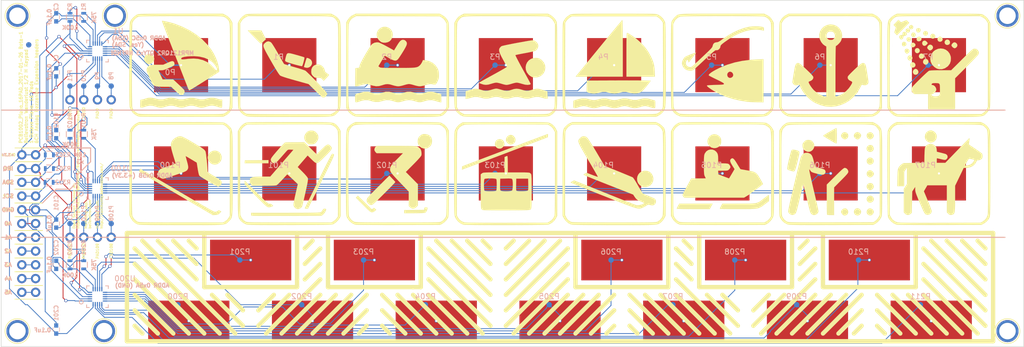
<source format=kicad_pcb>
(kicad_pcb (version 4) (host pcbnew 4.0.4-stable)
  (layers (0 F.Cu signal) (31 B.Cu signal) (34 B.Paste user) (35 F.Paste user) (36 B.SilkS user) (37 F.SilkS user) (38 B.Mask user) (39 F.Mask user) (44 Edge.Cuts user))
  (net 0 "")
  (net 1 GND)
  (net 2 +3V3)
  (net 3 /PAD0)
  (net 4 /PAD1)
  (net 5 /PAD2)
  (net 6 /PAD3)
  (net 7 /PAD4)
  (net 8 /PAD5)
  (net 9 /PAD6)
  (net 10 /PAD7)
  (net 11 /IRQ)
  (net 12 /SCL)
  (net 13 /SDA)
  (net 14 "Net-(C2-Pad1)")
  (net 15 "Net-(C102-Pad1)")
  (net 16 "Net-(C202-Pad1)")
  (net 17 "Net-(P8-Pad1)")
  (net 18 "Net-(P9-Pad1)")
  (net 19 "Net-(P10-Pad1)")
  (net 20 "Net-(P11-Pad1)")
  (net 21 "Net-(P100-Pad1)")
  (net 22 "Net-(P101-Pad1)")
  (net 23 "Net-(P102-Pad1)")
  (net 24 "Net-(P103-Pad1)")
  (net 25 "Net-(P104-Pad1)")
  (net 26 "Net-(P105-Pad1)")
  (net 27 "Net-(P106-Pad1)")
  (net 28 "Net-(P107-Pad1)")
  (net 29 "Net-(P108-Pad1)")
  (net 30 "Net-(P109-Pad1)")
  (net 31 "Net-(P110-Pad1)")
  (net 32 "Net-(P111-Pad1)")
  (net 33 "Net-(P200-Pad1)")
  (net 34 "Net-(P201-Pad1)")
  (net 35 "Net-(P202-Pad1)")
  (net 36 "Net-(P203-Pad1)")
  (net 37 "Net-(P204-Pad1)")
  (net 38 "Net-(P205-Pad1)")
  (net 39 "Net-(P206-Pad1)")
  (net 40 "Net-(P207-Pad1)")
  (net 41 "Net-(P208-Pad1)")
  (net 42 "Net-(P209-Pad1)")
  (net 43 "Net-(P210-Pad1)")
  (net 44 "Net-(P211-Pad1)")
  (net 45 "Net-(R1-Pad1)")
  (net 46 "Net-(R2-Pad2)")
  (net 47 "Net-(R101-Pad1)")
  (net 48 "Net-(R102-Pad2)")
  (net 49 "Net-(R201-Pad1)")
  (net 50 "Net-(R202-Pad2)")
  (net 51 "Net-(A0-Pad1)")
  (net 52 "Net-(A1-Pad1)")
  (net 53 "Net-(A2-Pad1)")
  (net 54 "Net-(A3-Pad1)")
  (net 55 "Net-(A4-Pad1)")
  (net 56 "Net-(A5-Pad1)")
  (module Connect:1pin (layer F.Cu) (at 21.54 -3)
    (fp_text reference REF** hide)
    (fp_text value 1pin)
    (pad 1 thru_hole circle (at 0 0) (size 4.064 4.064) (drill 3.048) (layers *.Cu *.Mask))
  )
  (module Connect:1pin (layer F.Cu) (at 23.54 -61.25)
    (fp_text reference REF** hide)
    (fp_text value 1pin)
    (pad 1 thru_hole circle (at 0 0) (size 4.064 4.064) (drill 3.048) (layers *.Cu *.Mask))
  )
  (module Liberry:Keyboard_1_Octave_20CM (layer F.Cu) (at 25.76 -1.125)
    (fp_text reference UKEY0 hide)
    (fp_text value KEYBOARD_1OCT)
    (pad 1 smd rect (at 11.4286 -3.75) (size 15 7.5) (layers F.Cu) (net 33 "Net-(P200-Pad1)"))
    (pad 2 smd rect (at 22.8571 -15) (size 15 7.5) (layers F.Cu) (net 34 "Net-(P201-Pad1)"))
    (pad 5 smd rect (at 57.143 -3.75) (size 15 7.5) (layers F.Cu) (net 37 "Net-(P204-Pad1)"))
    (pad 3 smd rect (at 34.2858 -3.75) (size 15 7.5) (layers F.Cu) (net 35 "Net-(P202-Pad1)"))
    (pad 4 smd rect (at 45.7144 -15) (size 15 7.5) (layers F.Cu) (net 36 "Net-(P203-Pad1)"))
    (pad 8 smd rect (at 102.8574 -3.75) (size 15 7.5) (layers F.Cu) (net 40 "Net-(P207-Pad1)"))
    (pad 6 smd rect (at 80.0002 -3.75) (size 15 7.5) (layers F.Cu) (net 38 "Net-(P205-Pad1)"))
    (pad 7 smd rect (at 91.4288 -15) (size 15 7.5) (layers F.Cu) (net 39 "Net-(P206-Pad1)"))
    (pad 9 smd rect (at 114.286 -15) (size 15 7.5) (layers F.Cu) (net 41 "Net-(P208-Pad1)"))
    (pad 11 smd rect (at 137.1432 -15) (size 15 7.5) (layers F.Cu) (net 43 "Net-(P210-Pad1)"))
    (pad 10 smd rect (at 125.7146 -3.75) (size 15 7.5) (layers F.Cu) (net 42 "Net-(P209-Pad1)"))
    (pad 12 smd rect (at 148.5718 -3.75) (size 15 7.5) (layers F.Cu) (net 44 "Net-(P211-Pad1)"))
  )
  (module Connect:1pin (layer F.Cu) (at 188.42 -3)
    (fp_text reference REF** hide)
    (fp_text value 1pin)
    (pad 1 thru_hole circle (at 0 0) (size 4.064 4.064) (drill 3.048) (layers *.Cu *.Mask))
  )
  (module Connect:1pin (layer F.Cu) (at 188.42 -61.25)
    (fp_text reference REF** hide)
    (fp_text value 1pin)
    (pad 1 thru_hole circle (at 0 0) (size 4.064 4.064) (drill 3.048) (layers *.Cu *.Mask))
  )
  (module Connect:1pin (layer F.Cu) (at 5.54 -61.25)
    (fp_text reference REF** hide)
    (fp_text value 1pin)
    (pad 1 thru_hole circle (at 0 0) (size 4.064 4.064) (drill 3.048) (layers *.Cu *.Mask))
  )
  (module Liberry:TOUCH_PAD_10CM (layer F.Cu) (at 35.76 -52.125)
    (fp_text reference PAD0 hide)
    (fp_text value TOUCHPAD_10CM)
    (pad 1 smd rect (at 0 0) (size 10 10) (layers F.Cu) (net 3 /PAD0))
  )
  (module Liberry:TOUCH_PAD_10CM (layer F.Cu) (at 55.76 -52.125)
    (fp_text reference PAD1 hide)
    (fp_text value TOUCHPAD_10CM)
    (pad 1 smd rect (at 0 0) (size 10 10) (layers F.Cu) (net 4 /PAD1))
  )
  (module Liberry:TOUCH_PAD_10CM (layer F.Cu) (at 75.76 -52.125)
    (fp_text reference PAD2 hide)
    (fp_text value TOUCHPAD_10CM)
    (pad 1 smd rect (at 0 0) (size 10 10) (layers F.Cu) (net 5 /PAD2))
  )
  (module Liberry:TOUCH_PAD_10CM (layer F.Cu) (at 95.76 -52.125)
    (fp_text reference PAD3 hide)
    (fp_text value TOUCHPAD_10CM)
    (pad 1 smd rect (at 0 0) (size 10 10) (layers F.Cu) (net 6 /PAD3))
  )
  (module Liberry:TOUCH_PAD_10CM (layer F.Cu) (at 115.76 -52.125)
    (fp_text reference PAD4 hide)
    (fp_text value TOUCHPAD_10CM)
    (pad 1 smd rect (at 0 0) (size 10 10) (layers F.Cu) (net 7 /PAD4))
  )
  (module Liberry:TOUCH_PAD_10CM (layer F.Cu) (at 135.76 -52.125)
    (fp_text reference PAD5 hide)
    (fp_text value TOUCHPAD_10CM)
    (pad 1 smd rect (at 0 0) (size 10 10) (layers F.Cu) (net 8 /PAD5))
  )
  (module Liberry:TOUCH_PAD_10CM (layer F.Cu) (at 155.76 -52.125)
    (fp_text reference PAD6 hide)
    (fp_text value TOUCHPAD_10CM)
    (pad 1 smd rect (at 0 0) (size 10 10) (layers F.Cu) (net 9 /PAD6))
  )
  (module Liberry:TOUCH_PAD_10CM (layer F.Cu) (at 175.76 -52.125)
    (fp_text reference PAD7 hide)
    (fp_text value TOUCHPAD_10CM)
    (pad 1 smd rect (at 0 0) (size 10 10) (layers F.Cu) (net 10 /PAD7))
  )
  (module Liberry:TOUCH_PAD_10CM (layer F.Cu) (at 35.76 -32.125)
    (fp_text reference PAD100 hide)
    (fp_text value TOUCHPAD_10CM)
    (pad 1 smd rect (at 0 0) (size 10 10) (layers F.Cu) (net 21 "Net-(P100-Pad1)"))
  )
  (module Liberry:TOUCH_PAD_10CM (layer F.Cu) (at 55.76 -32.125)
    (fp_text reference PAD101 hide)
    (fp_text value TOUCHPAD_10CM)
    (pad 1 smd rect (at 0 0) (size 10 10) (layers F.Cu) (net 22 "Net-(P101-Pad1)"))
  )
  (module Liberry:TOUCH_PAD_10CM (layer F.Cu) (at 75.76 -32.125)
    (fp_text reference PAD102 hide)
    (fp_text value TOUCHPAD_10CM)
    (pad 1 smd rect (at 0 0) (size 10 10) (layers F.Cu) (net 23 "Net-(P102-Pad1)"))
  )
  (module Liberry:TOUCH_PAD_10CM (layer F.Cu) (at 95.76 -32.125)
    (fp_text reference PAD103 hide)
    (fp_text value TOUCHPAD_10CM)
    (pad 1 smd rect (at 0 0) (size 10 10) (layers F.Cu) (net 24 "Net-(P103-Pad1)"))
  )
  (module Liberry:TOUCH_PAD_10CM (layer F.Cu) (at 115.76 -32.125)
    (fp_text reference PAD104 hide)
    (fp_text value TOUCHPAD_10CM)
    (pad 1 smd rect (at 0 0) (size 10 10) (layers F.Cu) (net 25 "Net-(P104-Pad1)"))
  )
  (module Liberry:TOUCH_PAD_10CM (layer F.Cu) (at 135.76 -32.125)
    (fp_text reference PAD105 hide)
    (fp_text value TOUCHPAD_10CM)
    (pad 1 smd rect (at 0 0) (size 10 10) (layers F.Cu) (net 26 "Net-(P105-Pad1)"))
  )
  (module Liberry:TOUCH_PAD_10CM (layer F.Cu) (at 155.76 -32.125)
    (fp_text reference PAD106 hide)
    (fp_text value TOUCHPAD_10CM)
    (pad 1 smd rect (at 0 0) (size 10 10) (layers F.Cu) (net 27 "Net-(P106-Pad1)"))
  )
  (module Liberry:TOUCH_PAD_10CM (layer F.Cu) (at 175.76 -32.125)
    (fp_text reference PAD107 hide)
    (fp_text value TOUCHPAD_10CM)
    (pad 1 smd rect (at 0 0) (size 10 10) (layers F.Cu) (net 28 "Net-(P107-Pad1)"))
  )
  (module Connect:1pin (layer F.Cu) (at 5.54 -3)
    (fp_text reference REF** hide)
    (fp_text value 1pin)
    (pad 1 thru_hole circle (at 0 0) (size 4.064 4.064) (drill 3.048) (layers *.Cu *.Mask))
  )
  (module Liberry:Adventure_Icons_8x2_160x40 (layer F.Cu) (at 105.76 -42.125)
    (fp_text reference G*** hide)
    (fp_text value LOGO hide)
  )
  (module Fiducials:Fiducial_1mm_Dia_2.54mm_Outer_CopperBottom (layer F.Cu) (at 7.62 -55.88)
    (fp_text reference REF** hide)
    (fp_text value Fiducial_1mm_Dia_2.54mm_Outer_CopperBottom)
    (pad ~ smd circle (at 0 0) (size 1 1) (layers B.Cu B.Mask) (clearance 0.77))
  )
  (module Liberry:TH_0.1_1x2_Jumper (layer F.Cu) (at 6.35 -35.56)
    (fp_text reference +3.3V0 (at -2.54 0) (layer F.SilkS) (effects (font (size 0.5 0.5) (thickness 0.125))))
    (fp_text value CONN_01X01)
    (pad 1 thru_hole circle (at 0 0) (size 1.7272 1.7272) (drill 1.016) (layers *.Cu *.Mask) (net 2 +3V3))
    (pad 1 thru_hole circle (at 2.54 0) (size 1.7272 1.7272) (drill 1.016) (layers *.Cu *.Mask) (net 2 +3V3))
  )
  (module Capacitors_SMD:C_0603 (layer B.Cu) (at 12.7 -50.8 90)
    (fp_text reference C1 (at 2.54 0 90) (layer B.SilkS) (effects (font (size 0.75 0.75)) (justify mirror)))
    (fp_text value CC0603KRX7R9BB104)
    (pad 1 smd rect (at -0.75 0 90) (size 0.8 0.75) (layers B.Cu B.Paste B.Mask) (net 2 +3V3))
    (pad 2 smd rect (at 0.75 0 90) (size 0.8 0.75) (layers B.Cu B.Paste B.Mask) (net 1 GND))
  )
  (module Capacitors_SMD:C_0603 (layer B.Cu) (at 12.7 -60.96 90)
    (fp_text reference C2 (at 1.905 0 90) (layer B.SilkS) (effects (font (size 0.75 0.75)) (justify mirror)))
    (fp_text value 0.1uf)
    (pad 1 smd rect (at -0.75 0 90) (size 0.8 0.75) (layers B.Cu B.Paste B.Mask) (net 14 "Net-(C2-Pad1)"))
    (pad 2 smd rect (at 0.75 0 90) (size 0.8 0.75) (layers B.Cu B.Paste B.Mask) (net 1 GND))
  )
  (module Capacitors_SMD:C_0603 (layer B.Cu) (at 12.7 -22.86 90)
    (fp_text reference C101 (at 3.81 0 90) (layer B.SilkS) (effects (font (size 0.75 0.75)) (justify mirror)))
    (fp_text value CC0603KRX7R9BB104)
    (pad 1 smd rect (at -0.75 0 90) (size 0.8 0.75) (layers B.Cu B.Paste B.Mask) (net 2 +3V3))
    (pad 2 smd rect (at 0.75 0 90) (size 0.8 0.75) (layers B.Cu B.Paste B.Mask) (net 1 GND))
  )
  (module Capacitors_SMD:C_0603 (layer B.Cu) (at 12.7 -39.37 90)
    (fp_text reference C102 (at 2.54 0 90) (layer B.SilkS) (effects (font (size 0.75 0.75)) (justify mirror)))
    (fp_text value 0.1uf)
    (pad 1 smd rect (at -0.75 0 90) (size 0.8 0.75) (layers B.Cu B.Paste B.Mask) (net 15 "Net-(C102-Pad1)"))
    (pad 2 smd rect (at 0.75 0 90) (size 0.8 0.75) (layers B.Cu B.Paste B.Mask) (net 1 GND))
  )
  (module Capacitors_SMD:C_0603 (layer B.Cu) (at 12.7 -3.29 90)
    (fp_text reference C201 (at 3.06 0 90) (layer B.SilkS) (effects (font (size 0.75 0.75)) (justify mirror)))
    (fp_text value CC0603KRX7R9BB104)
    (pad 1 smd rect (at -0.75 0 90) (size 0.8 0.75) (layers B.Cu B.Paste B.Mask) (net 2 +3V3))
    (pad 2 smd rect (at 0.75 0 90) (size 0.8 0.75) (layers B.Cu B.Paste B.Mask) (net 1 GND))
  )
  (module Capacitors_SMD:C_0603 (layer B.Cu) (at 12.7 -15.24 270)
    (fp_text reference C202 (at -3.175 0 270) (layer B.SilkS) (effects (font (size 0.75 0.75)) (justify mirror)))
    (fp_text value 0.1uf)
    (pad 1 smd rect (at -0.75 0 270) (size 0.8 0.75) (layers B.Cu B.Paste B.Mask) (net 16 "Net-(C202-Pad1)"))
    (pad 2 smd rect (at 0.75 0 270) (size 0.8 0.75) (layers B.Cu B.Paste B.Mask) (net 1 GND))
  )
  (module Liberry:TH_0.1_1x2_Jumper (layer F.Cu) (at 6.35 -25.4)
    (fp_text reference GND0 (at -2.54 0) (layer F.SilkS) (effects (font (size 0.5 0.5) (thickness 0.125))))
    (fp_text value CONN_01X01)
    (pad 1 thru_hole circle (at 0 0) (size 1.7272 1.7272) (drill 1.016) (layers *.Cu *.Mask) (net 1 GND))
    (pad 1 thru_hole circle (at 2.54 0) (size 1.7272 1.7272) (drill 1.016) (layers *.Cu *.Mask) (net 1 GND))
  )
  (module Liberry:TH_0.1_1x2_Jumper (layer F.Cu) (at 6.35 -33.02)
    (fp_text reference IRQ0 (at -2.54 0) (layer F.SilkS) (effects (font (size 0.5 0.5) (thickness 0.125))))
    (fp_text value CONN_01X01)
    (pad 1 thru_hole circle (at 0 0) (size 1.7272 1.7272) (drill 1.016) (layers *.Cu *.Mask) (net 11 /IRQ))
    (pad 1 thru_hole circle (at 2.54 0) (size 1.7272 1.7272) (drill 1.016) (layers *.Cu *.Mask) (net 11 /IRQ))
  )
  (module Liberry:TESTPAD (layer B.Cu) (at 33.76 -52.125)
    (fp_text reference P0 (at 0 1.325) (layer B.SilkS) (effects (justify mirror)))
    (fp_text value CONN_01X01)
    (pad 1 smd circle (at 0 0 90) (size 1 1) (layers B.Cu B.Paste B.Mask) (net 3 /PAD0))
  )
  (module Liberry:TESTPAD (layer B.Cu) (at 53.76 -52.125)
    (fp_text reference P1 (at 0 -1.524) (layer B.SilkS) (effects (justify mirror)))
    (fp_text value CONN_01X01)
    (pad 1 smd circle (at 0 0 90) (size 1 1) (layers B.Cu B.Paste B.Mask) (net 4 /PAD1))
  )
  (module Liberry:TESTPAD (layer B.Cu) (at 73.76 -52.125)
    (fp_text reference P2 (at 0 -1.524) (layer B.SilkS) (effects (justify mirror)))
    (fp_text value CONN_01X01)
    (pad 1 smd circle (at 0 0 90) (size 1 1) (layers B.Cu B.Paste B.Mask) (net 5 /PAD2))
  )
  (module Liberry:TESTPAD (layer B.Cu) (at 93.76 -52.125)
    (fp_text reference P3 (at 0 -1.524) (layer B.SilkS) (effects (justify mirror)))
    (fp_text value CONN_01X01)
    (pad 1 smd circle (at 0 0 90) (size 1 1) (layers B.Cu B.Paste B.Mask) (net 6 /PAD3))
  )
  (module Liberry:TESTPAD (layer B.Cu) (at 113.76 -52.125)
    (fp_text reference P4 (at 0 -1.524) (layer B.SilkS) (effects (justify mirror)))
    (fp_text value CONN_01X01)
    (pad 1 smd circle (at 0 0 90) (size 1 1) (layers B.Cu B.Paste B.Mask) (net 7 /PAD4))
  )
  (module Liberry:TESTPAD (layer B.Cu) (at 133.76 -52.125)
    (fp_text reference P5 (at 0 -1.524) (layer B.SilkS) (effects (justify mirror)))
    (fp_text value CONN_01X01)
    (pad 1 smd circle (at 0 0 90) (size 1 1) (layers B.Cu B.Paste B.Mask) (net 8 /PAD5))
  )
  (module Liberry:TESTPAD (layer B.Cu) (at 153.76 -52.125)
    (fp_text reference P6 (at 0 -1.524) (layer B.SilkS) (effects (justify mirror)))
    (fp_text value CONN_01X01)
    (pad 1 smd circle (at 0 0 90) (size 1 1) (layers B.Cu B.Paste B.Mask) (net 9 /PAD6))
  )
  (module Liberry:TESTPAD (layer B.Cu) (at 173.76 -52.125)
    (fp_text reference P7 (at 0 -1.524) (layer B.SilkS) (effects (justify mirror)))
    (fp_text value CONN_01X01)
    (pad 1 smd circle (at 0 0 90) (size 1 1) (layers B.Cu B.Paste B.Mask) (net 10 /PAD7))
  )
  (module Liberry:TESTPAD (layer B.Cu) (at 22.86 -48.26)
    (fp_text reference P8 (at 0 -1.905 90) (layer B.SilkS) (effects (font (size 0.75 0.75)) (justify mirror)))
    (fp_text value CONN_01X01)
    (pad 1 smd circle (at 0 0 90) (size 1 1) (layers B.Cu B.Paste B.Mask) (net 17 "Net-(P8-Pad1)"))
  )
  (module Liberry:TESTPAD (layer B.Cu) (at 20.32 -48.26)
    (fp_text reference P9 (at 0 -1.905 90) (layer B.SilkS) (effects (font (size 0.75 0.75)) (justify mirror)))
    (fp_text value CONN_01X01)
    (pad 1 smd circle (at 0 0 90) (size 1 1) (layers B.Cu B.Paste B.Mask) (net 18 "Net-(P9-Pad1)"))
  )
  (module Liberry:TESTPAD (layer B.Cu) (at 17.78 -48.26)
    (fp_text reference P10 (at 0 -1.905 90) (layer B.SilkS) (effects (font (size 0.75 0.75)) (justify mirror)))
    (fp_text value CONN_01X01)
    (pad 1 smd circle (at 0 0 90) (size 1 1) (layers B.Cu B.Paste B.Mask) (net 19 "Net-(P10-Pad1)"))
  )
  (module Liberry:TESTPAD (layer B.Cu) (at 15.24 -48.26)
    (fp_text reference P11 (at 0 -1.905 90) (layer B.SilkS) (effects (font (size 0.75 0.75)) (justify mirror)))
    (fp_text value CONN_01X01)
    (pad 1 smd circle (at 0 0 90) (size 1 1) (layers B.Cu B.Paste B.Mask) (net 20 "Net-(P11-Pad1)"))
  )
  (module Liberry:TESTPAD (layer B.Cu) (at 33.76 -32.125)
    (fp_text reference P100 (at 0 -1.524) (layer B.SilkS) (effects (justify mirror)))
    (fp_text value CONN_01X01)
    (pad 1 smd circle (at 0 0 90) (size 1 1) (layers B.Cu B.Paste B.Mask) (net 21 "Net-(P100-Pad1)"))
  )
  (module Liberry:TESTPAD (layer B.Cu) (at 53.76 -32.125)
    (fp_text reference P101 (at 0 -1.524) (layer B.SilkS) (effects (justify mirror)))
    (fp_text value CONN_01X01)
    (pad 1 smd circle (at 0 0 90) (size 1 1) (layers B.Cu B.Paste B.Mask) (net 22 "Net-(P101-Pad1)"))
  )
  (module Liberry:TESTPAD (layer B.Cu) (at 73.76 -32.125)
    (fp_text reference P102 (at 0 -1.524) (layer B.SilkS) (effects (justify mirror)))
    (fp_text value CONN_01X01)
    (pad 1 smd circle (at 0 0 90) (size 1 1) (layers B.Cu B.Paste B.Mask) (net 23 "Net-(P102-Pad1)"))
  )
  (module Liberry:TESTPAD (layer B.Cu) (at 93.76 -32.125)
    (fp_text reference P103 (at 0 -1.524) (layer B.SilkS) (effects (justify mirror)))
    (fp_text value CONN_01X01)
    (pad 1 smd circle (at 0 0 90) (size 1 1) (layers B.Cu B.Paste B.Mask) (net 24 "Net-(P103-Pad1)"))
  )
  (module Liberry:TESTPAD (layer B.Cu) (at 113.76 -32.125)
    (fp_text reference P104 (at 0 -1.524) (layer B.SilkS) (effects (justify mirror)))
    (fp_text value CONN_01X01)
    (pad 1 smd circle (at 0 0 90) (size 1 1) (layers B.Cu B.Paste B.Mask) (net 25 "Net-(P104-Pad1)"))
  )
  (module Liberry:TESTPAD (layer B.Cu) (at 133.76 -32.125)
    (fp_text reference P105 (at 0 -1.524) (layer B.SilkS) (effects (justify mirror)))
    (fp_text value CONN_01X01)
    (pad 1 smd circle (at 0 0 90) (size 1 1) (layers B.Cu B.Paste B.Mask) (net 26 "Net-(P105-Pad1)"))
  )
  (module Liberry:TESTPAD (layer B.Cu) (at 153.76 -32.125)
    (fp_text reference P106 (at 0 -1.524) (layer B.SilkS) (effects (justify mirror)))
    (fp_text value CONN_01X01)
    (pad 1 smd circle (at 0 0 90) (size 1 1) (layers B.Cu B.Paste B.Mask) (net 27 "Net-(P106-Pad1)"))
  )
  (module Liberry:TESTPAD (layer B.Cu) (at 173.26 -32.125)
    (fp_text reference P107 (at 0 -1.524) (layer B.SilkS) (effects (justify mirror)))
    (fp_text value CONN_01X01)
    (pad 1 smd circle (at 0 0 90) (size 1 1) (layers B.Cu B.Paste B.Mask) (net 28 "Net-(P107-Pad1)"))
  )
  (module Liberry:TESTPAD (layer B.Cu) (at 22.86 -22.86)
    (fp_text reference P108 (at 0 -1.905 90) (layer B.SilkS) (effects (font (size 0.75 0.75)) (justify mirror)))
    (fp_text value CONN_01X01)
    (pad 1 smd circle (at 0 0 90) (size 1 1) (layers B.Cu B.Paste B.Mask) (net 29 "Net-(P108-Pad1)"))
  )
  (module Liberry:TESTPAD (layer B.Cu) (at 20.32 -22.86)
    (fp_text reference P109 (at 0 -1.905 90) (layer B.SilkS) (effects (font (size 0.75 0.75)) (justify mirror)))
    (fp_text value CONN_01X01)
    (pad 1 smd circle (at 0 0 90) (size 1 1) (layers B.Cu B.Paste B.Mask) (net 30 "Net-(P109-Pad1)"))
  )
  (module Liberry:TESTPAD (layer B.Cu) (at 17.78 -22.86)
    (fp_text reference P110 (at 0 -1.905 90) (layer B.SilkS) (effects (font (size 0.75 0.75)) (justify mirror)))
    (fp_text value CONN_01X01)
    (pad 1 smd circle (at 0 0 90) (size 1 1) (layers B.Cu B.Paste B.Mask) (net 31 "Net-(P110-Pad1)"))
  )
  (module Liberry:TESTPAD (layer B.Cu) (at 15.24 -22.86)
    (fp_text reference P111 (at 0 -1.905 90) (layer B.SilkS) (effects (font (size 0.75 0.75)) (justify mirror)))
    (fp_text value CONN_01X01)
    (pad 1 smd circle (at 0 0 90) (size 1 1) (layers B.Cu B.Paste B.Mask) (net 32 "Net-(P111-Pad1)"))
  )
  (module Liberry:TESTPAD (layer B.Cu) (at 35.1886 -7.875)
    (fp_text reference P200 (at 0 -1.524) (layer B.SilkS) (effects (justify mirror)))
    (fp_text value CONN_01X01)
    (pad 1 smd circle (at 0 0 90) (size 1 1) (layers B.Cu B.Paste B.Mask) (net 33 "Net-(P200-Pad1)"))
  )
  (module Liberry:TESTPAD (layer B.Cu) (at 46.6171 -16.125)
    (fp_text reference P201 (at 0 -1.524) (layer B.SilkS) (effects (justify mirror)))
    (fp_text value CONN_01X01)
    (pad 1 smd circle (at 0 0 90) (size 1 1) (layers B.Cu B.Paste B.Mask) (net 34 "Net-(P201-Pad1)"))
  )
  (module Liberry:TESTPAD (layer B.Cu) (at 58.0458 -7.875)
    (fp_text reference P202 (at 0 -1.524) (layer B.SilkS) (effects (justify mirror)))
    (fp_text value CONN_01X01)
    (pad 1 smd circle (at 0 0 90) (size 1 1) (layers B.Cu B.Paste B.Mask) (net 35 "Net-(P202-Pad1)"))
  )
  (module Liberry:TESTPAD (layer B.Cu) (at 69.4744 -16.125)
    (fp_text reference P203 (at 0 -1.524) (layer B.SilkS) (effects (justify mirror)))
    (fp_text value CONN_01X01)
    (pad 1 smd circle (at 0 0 90) (size 1 1) (layers B.Cu B.Paste B.Mask) (net 36 "Net-(P203-Pad1)"))
  )
  (module Liberry:TESTPAD (layer B.Cu) (at 80.903 -7.875)
    (fp_text reference P204 (at 0 -1.524) (layer B.SilkS) (effects (justify mirror)))
    (fp_text value CONN_01X01)
    (pad 1 smd circle (at 0 0 90) (size 1 1) (layers B.Cu B.Paste B.Mask) (net 37 "Net-(P204-Pad1)"))
  )
  (module Liberry:TESTPAD (layer B.Cu) (at 103.7602 -7.875)
    (fp_text reference P205 (at 0 -1.524) (layer B.SilkS) (effects (justify mirror)))
    (fp_text value CONN_01X01)
    (pad 1 smd circle (at 0 0 90) (size 1 1) (layers B.Cu B.Paste B.Mask) (net 38 "Net-(P205-Pad1)"))
  )
  (module Liberry:TESTPAD (layer B.Cu) (at 115.1888 -16.125)
    (fp_text reference P206 (at 0 -1.524) (layer B.SilkS) (effects (justify mirror)))
    (fp_text value CONN_01X01)
    (pad 1 smd circle (at 0 0 90) (size 1 1) (layers B.Cu B.Paste B.Mask) (net 39 "Net-(P206-Pad1)"))
  )
  (module Liberry:TESTPAD (layer B.Cu) (at 126.6174 -7.875)
    (fp_text reference P207 (at 0 -1.524) (layer B.SilkS) (effects (justify mirror)))
    (fp_text value CONN_01X01)
    (pad 1 smd circle (at 0 0 90) (size 1 1) (layers B.Cu B.Paste B.Mask) (net 40 "Net-(P207-Pad1)"))
  )
  (module Liberry:TESTPAD (layer B.Cu) (at 138.046 -16.125)
    (fp_text reference P208 (at 0 -1.524) (layer B.SilkS) (effects (justify mirror)))
    (fp_text value CONN_01X01)
    (pad 1 smd circle (at 0 0 90) (size 1 1) (layers B.Cu B.Paste B.Mask) (net 41 "Net-(P208-Pad1)"))
  )
  (module Liberry:TESTPAD (layer B.Cu) (at 149.4746 -7.875)
    (fp_text reference P209 (at 0 -1.524) (layer B.SilkS) (effects (justify mirror)))
    (fp_text value CONN_01X01)
    (pad 1 smd circle (at 0 0 90) (size 1 1) (layers B.Cu B.Paste B.Mask) (net 42 "Net-(P209-Pad1)"))
  )
  (module Liberry:TESTPAD (layer B.Cu) (at 160.9032 -16.125)
    (fp_text reference P210 (at 0 -1.524) (layer B.SilkS) (effects (justify mirror)))
    (fp_text value CONN_01X01)
    (pad 1 smd circle (at 0 0 90) (size 1 1) (layers B.Cu B.Paste B.Mask) (net 43 "Net-(P210-Pad1)"))
  )
  (module Liberry:TESTPAD (layer B.Cu) (at 172.3318 -7.875)
    (fp_text reference P211 (at 0 -1.524) (layer B.SilkS) (effects (justify mirror)))
    (fp_text value CONN_01X01)
    (pad 1 smd circle (at 0 0 90) (size 1 1) (layers B.Cu B.Paste B.Mask) (net 44 "Net-(P211-Pad1)"))
  )
  (module Resistors_SMD:R_0603 (layer B.Cu) (at 17.78 -60.96 270)
    (fp_text reference R1 (at -1.905 0 270) (layer B.SilkS) (effects (font (size 0.75 0.75)) (justify mirror)))
    (fp_text value 75K)
    (pad 1 smd rect (at -0.75 0 270) (size 0.5 0.9) (layers B.Cu B.Paste B.Mask) (net 45 "Net-(R1-Pad1)"))
    (pad 2 smd rect (at 0.75 0 270) (size 0.5 0.9) (layers B.Cu B.Paste B.Mask) (net 1 GND))
  )
  (module Resistors_SMD:R_0603 (layer B.Cu) (at 15.24 -60.96 90)
    (fp_text reference R2 (at 1.905 0 90) (layer B.SilkS) (effects (font (size 0.75 0.75)) (justify mirror)))
    (fp_text value 100K)
    (pad 1 smd rect (at -0.75 0 90) (size 0.5 0.9) (layers B.Cu B.Paste B.Mask) (net 13 /SDA))
    (pad 2 smd rect (at 0.75 0 90) (size 0.5 0.9) (layers B.Cu B.Paste B.Mask) (net 46 "Net-(R2-Pad2)"))
  )
  (module Resistors_SMD:R_0603 (layer B.Cu) (at 17.78 -39.37 90)
    (fp_text reference R101 (at 2.54 0 90) (layer B.SilkS) (effects (font (size 0.75 0.75)) (justify mirror)))
    (fp_text value 75K)
    (pad 1 smd rect (at -0.75 0 90) (size 0.5 0.9) (layers B.Cu B.Paste B.Mask) (net 47 "Net-(R101-Pad1)"))
    (pad 2 smd rect (at 0.75 0 90) (size 0.5 0.9) (layers B.Cu B.Paste B.Mask) (net 1 GND))
  )
  (module Resistors_SMD:R_0603 (layer B.Cu) (at 15.24 -39.37 90)
    (fp_text reference R102 (at 2.54 0 90) (layer B.SilkS) (effects (font (size 0.75 0.75)) (justify mirror)))
    (fp_text value 100K)
    (pad 1 smd rect (at -0.75 0 90) (size 0.5 0.9) (layers B.Cu B.Paste B.Mask) (net 2 +3V3))
    (pad 2 smd rect (at 0.75 0 90) (size 0.5 0.9) (layers B.Cu B.Paste B.Mask) (net 48 "Net-(R102-Pad2)"))
  )
  (module Resistors_SMD:R_0603 (layer B.Cu) (at 17.78 -15.24 90)
    (fp_text reference R201 (at 3.175 0 90) (layer B.SilkS) (effects (font (size 0.75 0.75)) (justify mirror)))
    (fp_text value 75K)
    (pad 1 smd rect (at -0.75 0 90) (size 0.5 0.9) (layers B.Cu B.Paste B.Mask) (net 49 "Net-(R201-Pad1)"))
    (pad 2 smd rect (at 0.75 0 90) (size 0.5 0.9) (layers B.Cu B.Paste B.Mask) (net 1 GND))
  )
  (module Resistors_SMD:R_0603 (layer B.Cu) (at 15.24 -15.24 90)
    (fp_text reference R202 (at 3.175 0 90) (layer B.SilkS) (effects (font (size 0.75 0.75)) (justify mirror)))
    (fp_text value 100K)
    (pad 1 smd rect (at -0.75 0 90) (size 0.5 0.9) (layers B.Cu B.Paste B.Mask) (net 1 GND))
    (pad 2 smd rect (at 0.75 0 90) (size 0.5 0.9) (layers B.Cu B.Paste B.Mask) (net 50 "Net-(R202-Pad2)"))
  )
  (module Resistors_SMD:R_0603 (layer B.Cu) (at 11.43 -33.02 180)
    (fp_text reference R301 (at -2.54 0 180) (layer B.SilkS) (effects (font (size 0.75 0.75)) (justify mirror)))
    (fp_text value 10K)
    (pad 1 smd rect (at -0.75 0 180) (size 0.5 0.9) (layers B.Cu B.Paste B.Mask) (net 2 +3V3))
    (pad 2 smd rect (at 0.75 0 180) (size 0.5 0.9) (layers B.Cu B.Paste B.Mask) (net 13 /SDA))
  )
  (module Resistors_SMD:R_0603 (layer B.Cu) (at 11.38429 -30.48 180)
    (fp_text reference R302 (at -2.54 0 180) (layer B.SilkS) (effects (font (size 0.75 0.75)) (justify mirror)))
    (fp_text value 10K)
    (pad 1 smd rect (at -0.75 0 180) (size 0.5 0.9) (layers B.Cu B.Paste B.Mask) (net 2 +3V3))
    (pad 2 smd rect (at 0.75 0 180) (size 0.5 0.9) (layers B.Cu B.Paste B.Mask) (net 12 /SCL))
  )
  (module Resistors_SMD:R_0603 (layer B.Cu) (at 11.43 -35.56 180)
    (fp_text reference R303 (at -2.54 0 180) (layer B.SilkS) (effects (font (size 0.75 0.75)) (justify mirror)))
    (fp_text value 10K)
    (pad 1 smd rect (at -0.75 0 180) (size 0.5 0.9) (layers B.Cu B.Paste B.Mask) (net 2 +3V3))
    (pad 2 smd rect (at 0.75 0 180) (size 0.5 0.9) (layers B.Cu B.Paste B.Mask) (net 11 /IRQ))
  )
  (module Liberry:TH_0.1_1x2_Jumper (layer F.Cu) (at 6.35 -27.94)
    (fp_text reference SCL0 (at -2.54 0) (layer F.SilkS) (effects (font (size 0.5 0.5) (thickness 0.125))))
    (fp_text value CONN_01X01)
    (pad 1 thru_hole circle (at 0 0) (size 1.7272 1.7272) (drill 1.016) (layers *.Cu *.Mask) (net 12 /SCL))
    (pad 1 thru_hole circle (at 2.54 0) (size 1.7272 1.7272) (drill 1.016) (layers *.Cu *.Mask) (net 12 /SCL))
  )
  (module Liberry:TH_0.1_1x2_Jumper (layer F.Cu) (at 6.35 -30.48)
    (fp_text reference SDA0 (at -2.54 0) (layer F.SilkS) (effects (font (size 0.5 0.5) (thickness 0.125))))
    (fp_text value CONN_01X01)
    (pad 1 thru_hole circle (at 0 0) (size 1.7272 1.7272) (drill 1.016) (layers *.Cu *.Mask) (net 13 /SDA))
    (pad 1 thru_hole circle (at 2.54 0) (size 1.7272 1.7272) (drill 1.016) (layers *.Cu *.Mask) (net 13 /SDA))
  )
  (module Liberry:QFN-20-1EP_3x3mm_Pitch0.40mm (layer B.Cu) (at 20.32 -54.728503)
    (fp_text reference U1 (at 3.81 -3.691497) (layer B.SilkS) (effects (justify mirror)))
    (fp_text value MPR121QR2)
    (pad 1 smd rect (at -1.388503 0.8) (size 0.82 0.2) (layers B.Cu B.Paste B.Mask) (net 11 /IRQ))
    (pad 2 smd rect (at -1.388503 0.4) (size 0.82 0.2) (layers B.Cu B.Paste B.Mask) (net 12 /SCL))
    (pad 3 smd rect (at -1.388503 0) (size 0.82 0.2) (layers B.Cu B.Paste B.Mask) (net 13 /SDA))
    (pad 4 smd rect (at -1.388503 -0.4) (size 0.82 0.2) (layers B.Cu B.Paste B.Mask) (net 46 "Net-(R2-Pad2)"))
    (pad 5 smd rect (at -1.388503 -0.8) (size 0.82 0.2) (layers B.Cu B.Paste B.Mask) (net 14 "Net-(C2-Pad1)"))
    (pad 6 smd rect (at -0.8 -1.388503 270) (size 0.82 0.2) (layers B.Cu B.Paste B.Mask) (net 1 GND))
    (pad 7 smd rect (at -0.4 -1.388503 270) (size 0.82 0.2) (layers B.Cu B.Paste B.Mask) (net 45 "Net-(R1-Pad1)"))
    (pad 8 smd rect (at 0 -1.388503 270) (size 0.82 0.2) (layers B.Cu B.Paste B.Mask) (net 3 /PAD0))
    (pad 9 smd rect (at 0.4 -1.388503 270) (size 0.82 0.2) (layers B.Cu B.Paste B.Mask) (net 4 /PAD1))
    (pad 10 smd rect (at 0.8 -1.388503 270) (size 0.82 0.2) (layers B.Cu B.Paste B.Mask) (net 5 /PAD2))
    (pad 11 smd rect (at 1.388503 -0.8) (size 0.82 0.2) (layers B.Cu B.Paste B.Mask) (net 6 /PAD3))
    (pad 12 smd rect (at 1.388503 -0.4) (size 0.82 0.2) (layers B.Cu B.Paste B.Mask) (net 7 /PAD4))
    (pad 13 smd rect (at 1.388503 0) (size 0.82 0.2) (layers B.Cu B.Paste B.Mask) (net 8 /PAD5))
    (pad 14 smd rect (at 1.388503 0.4) (size 0.82 0.2) (layers B.Cu B.Paste B.Mask) (net 9 /PAD6))
    (pad 15 smd rect (at 1.388503 0.8) (size 0.82 0.2) (layers B.Cu B.Paste B.Mask) (net 10 /PAD7))
    (pad 16 smd rect (at 0.8 1.388503 270) (size 0.82 0.2) (layers B.Cu B.Paste B.Mask) (net 17 "Net-(P8-Pad1)"))
    (pad 17 smd rect (at 0.4 1.388503 270) (size 0.82 0.2) (layers B.Cu B.Paste B.Mask) (net 18 "Net-(P9-Pad1)"))
    (pad 18 smd rect (at 0 1.388503 270) (size 0.82 0.2) (layers B.Cu B.Paste B.Mask) (net 19 "Net-(P10-Pad1)"))
    (pad 19 smd rect (at -0.4 1.388503 270) (size 0.82 0.2) (layers B.Cu B.Paste B.Mask) (net 20 "Net-(P11-Pad1)"))
    (pad 20 smd rect (at -0.8 1.388503 270) (size 0.82 0.2) (layers B.Cu B.Paste B.Mask) (net 2 +3V3))
  )
  (module Liberry:QFN-20-1EP_3x3mm_Pitch0.40mm (layer B.Cu) (at 20.32 -29.328503)
    (fp_text reference U100 (at 4.445 -3.691497) (layer B.SilkS) (effects (justify mirror)))
    (fp_text value MPR121QR2)
    (pad 1 smd rect (at -1.388503 0.8) (size 0.82 0.2) (layers B.Cu B.Paste B.Mask) (net 11 /IRQ))
    (pad 2 smd rect (at -1.388503 0.4) (size 0.82 0.2) (layers B.Cu B.Paste B.Mask) (net 12 /SCL))
    (pad 3 smd rect (at -1.388503 0) (size 0.82 0.2) (layers B.Cu B.Paste B.Mask) (net 13 /SDA))
    (pad 4 smd rect (at -1.388503 -0.4) (size 0.82 0.2) (layers B.Cu B.Paste B.Mask) (net 48 "Net-(R102-Pad2)"))
    (pad 5 smd rect (at -1.388503 -0.8) (size 0.82 0.2) (layers B.Cu B.Paste B.Mask) (net 15 "Net-(C102-Pad1)"))
    (pad 6 smd rect (at -0.8 -1.388503 270) (size 0.82 0.2) (layers B.Cu B.Paste B.Mask) (net 1 GND))
    (pad 7 smd rect (at -0.4 -1.388503 270) (size 0.82 0.2) (layers B.Cu B.Paste B.Mask) (net 47 "Net-(R101-Pad1)"))
    (pad 8 smd rect (at 0 -1.388503 270) (size 0.82 0.2) (layers B.Cu B.Paste B.Mask) (net 21 "Net-(P100-Pad1)"))
    (pad 9 smd rect (at 0.4 -1.388503 270) (size 0.82 0.2) (layers B.Cu B.Paste B.Mask) (net 22 "Net-(P101-Pad1)"))
    (pad 10 smd rect (at 0.8 -1.388503 270) (size 0.82 0.2) (layers B.Cu B.Paste B.Mask) (net 23 "Net-(P102-Pad1)"))
    (pad 11 smd rect (at 1.388503 -0.8) (size 0.82 0.2) (layers B.Cu B.Paste B.Mask) (net 24 "Net-(P103-Pad1)"))
    (pad 12 smd rect (at 1.388503 -0.4) (size 0.82 0.2) (layers B.Cu B.Paste B.Mask) (net 25 "Net-(P104-Pad1)"))
    (pad 13 smd rect (at 1.388503 0) (size 0.82 0.2) (layers B.Cu B.Paste B.Mask) (net 26 "Net-(P105-Pad1)"))
    (pad 14 smd rect (at 1.388503 0.4) (size 0.82 0.2) (layers B.Cu B.Paste B.Mask) (net 27 "Net-(P106-Pad1)"))
    (pad 15 smd rect (at 1.388503 0.8) (size 0.82 0.2) (layers B.Cu B.Paste B.Mask) (net 28 "Net-(P107-Pad1)"))
    (pad 16 smd rect (at 0.8 1.388503 270) (size 0.82 0.2) (layers B.Cu B.Paste B.Mask) (net 29 "Net-(P108-Pad1)"))
    (pad 17 smd rect (at 0.4 1.388503 270) (size 0.82 0.2) (layers B.Cu B.Paste B.Mask) (net 30 "Net-(P109-Pad1)"))
    (pad 18 smd rect (at 0 1.388503 270) (size 0.82 0.2) (layers B.Cu B.Paste B.Mask) (net 31 "Net-(P110-Pad1)"))
    (pad 19 smd rect (at -0.4 1.388503 270) (size 0.82 0.2) (layers B.Cu B.Paste B.Mask) (net 32 "Net-(P111-Pad1)"))
    (pad 20 smd rect (at -0.8 1.388503 270) (size 0.82 0.2) (layers B.Cu B.Paste B.Mask) (net 2 +3V3))
  )
  (module Liberry:QFN-20-1EP_3x3mm_Pitch0.40mm (layer B.Cu) (at 20.32 -9.36)
    (fp_text reference U200 (at 5.08 -3.34) (layer B.SilkS) (effects (justify mirror)))
    (fp_text value MPR121QR2)
    (pad 1 smd rect (at -1.388503 0.8) (size 0.82 0.2) (layers B.Cu B.Paste B.Mask) (net 11 /IRQ))
    (pad 2 smd rect (at -1.388503 0.4) (size 0.82 0.2) (layers B.Cu B.Paste B.Mask) (net 12 /SCL))
    (pad 3 smd rect (at -1.388503 0) (size 0.82 0.2) (layers B.Cu B.Paste B.Mask) (net 13 /SDA))
    (pad 4 smd rect (at -1.388503 -0.4) (size 0.82 0.2) (layers B.Cu B.Paste B.Mask) (net 50 "Net-(R202-Pad2)"))
    (pad 5 smd rect (at -1.388503 -0.8) (size 0.82 0.2) (layers B.Cu B.Paste B.Mask) (net 16 "Net-(C202-Pad1)"))
    (pad 6 smd rect (at -0.8 -1.388503 270) (size 0.82 0.2) (layers B.Cu B.Paste B.Mask) (net 1 GND))
    (pad 7 smd rect (at -0.4 -1.388503 270) (size 0.82 0.2) (layers B.Cu B.Paste B.Mask) (net 49 "Net-(R201-Pad1)"))
    (pad 8 smd rect (at 0 -1.388503 270) (size 0.82 0.2) (layers B.Cu B.Paste B.Mask) (net 33 "Net-(P200-Pad1)"))
    (pad 9 smd rect (at 0.4 -1.388503 270) (size 0.82 0.2) (layers B.Cu B.Paste B.Mask) (net 34 "Net-(P201-Pad1)"))
    (pad 10 smd rect (at 0.8 -1.388503 270) (size 0.82 0.2) (layers B.Cu B.Paste B.Mask) (net 35 "Net-(P202-Pad1)"))
    (pad 11 smd rect (at 1.388503 -0.8) (size 0.82 0.2) (layers B.Cu B.Paste B.Mask) (net 36 "Net-(P203-Pad1)"))
    (pad 12 smd rect (at 1.388503 -0.4) (size 0.82 0.2) (layers B.Cu B.Paste B.Mask) (net 37 "Net-(P204-Pad1)"))
    (pad 13 smd rect (at 1.388503 0) (size 0.82 0.2) (layers B.Cu B.Paste B.Mask) (net 38 "Net-(P205-Pad1)"))
    (pad 14 smd rect (at 1.388503 0.4) (size 0.82 0.2) (layers B.Cu B.Paste B.Mask) (net 39 "Net-(P206-Pad1)"))
    (pad 15 smd rect (at 1.388503 0.8) (size 0.82 0.2) (layers B.Cu B.Paste B.Mask) (net 40 "Net-(P207-Pad1)"))
    (pad 16 smd rect (at 0.8 1.388503 270) (size 0.82 0.2) (layers B.Cu B.Paste B.Mask) (net 41 "Net-(P208-Pad1)"))
    (pad 17 smd rect (at 0.4 1.388503 270) (size 0.82 0.2) (layers B.Cu B.Paste B.Mask) (net 42 "Net-(P209-Pad1)"))
    (pad 18 smd rect (at 0 1.388503 270) (size 0.82 0.2) (layers B.Cu B.Paste B.Mask) (net 43 "Net-(P210-Pad1)"))
    (pad 19 smd rect (at -0.4 1.388503 270) (size 0.82 0.2) (layers B.Cu B.Paste B.Mask) (net 44 "Net-(P211-Pad1)"))
    (pad 20 smd rect (at -0.8 1.388503 270) (size 0.82 0.2) (layers B.Cu B.Paste B.Mask) (net 2 +3V3))
  )
  (module Liberry:TH_0.1_1x2_Jumper (layer F.Cu) (at 6.35 -22.86)
    (fp_text reference A0 (at -2.54 0) (layer F.SilkS) (effects (font (size 0.5 0.5) (thickness 0.125))))
    (fp_text value CONN_01X01)
    (pad 1 thru_hole circle (at 0 0) (size 1.7272 1.7272) (drill 1.016) (layers *.Cu *.Mask) (net 51 "Net-(A0-Pad1)"))
    (pad 1 thru_hole circle (at 2.54 0) (size 1.7272 1.7272) (drill 1.016) (layers *.Cu *.Mask) (net 51 "Net-(A0-Pad1)"))
  )
  (module Liberry:TH_0.1_1x2_Jumper (layer F.Cu) (at 6.35 -20.32)
    (fp_text reference A1 (at -2.54 0) (layer F.SilkS) (effects (font (size 0.5 0.5) (thickness 0.125))))
    (fp_text value CONN_01X01)
    (pad 1 thru_hole circle (at 0 0) (size 1.7272 1.7272) (drill 1.016) (layers *.Cu *.Mask) (net 52 "Net-(A1-Pad1)"))
    (pad 1 thru_hole circle (at 2.54 0) (size 1.7272 1.7272) (drill 1.016) (layers *.Cu *.Mask) (net 52 "Net-(A1-Pad1)"))
  )
  (module Liberry:TH_0.1_1x2_Jumper (layer F.Cu) (at 6.35 -17.78)
    (fp_text reference A2 (at -2.54 0) (layer F.SilkS) (effects (font (size 0.5 0.5) (thickness 0.125))))
    (fp_text value CONN_01X01)
    (pad 1 thru_hole circle (at 0 0) (size 1.7272 1.7272) (drill 1.016) (layers *.Cu *.Mask) (net 53 "Net-(A2-Pad1)"))
    (pad 1 thru_hole circle (at 2.54 0) (size 1.7272 1.7272) (drill 1.016) (layers *.Cu *.Mask) (net 53 "Net-(A2-Pad1)"))
  )
  (module Liberry:TH_0.1_1x2_Jumper (layer F.Cu) (at 6.35 -15.24)
    (fp_text reference A3 (at -2.54 0) (layer F.SilkS) (effects (font (size 0.5 0.5) (thickness 0.125))))
    (fp_text value CONN_01X01)
    (pad 1 thru_hole circle (at 0 0) (size 1.7272 1.7272) (drill 1.016) (layers *.Cu *.Mask) (net 54 "Net-(A3-Pad1)"))
    (pad 1 thru_hole circle (at 2.54 0) (size 1.7272 1.7272) (drill 1.016) (layers *.Cu *.Mask) (net 54 "Net-(A3-Pad1)"))
  )
  (module Liberry:TH_0.1_1x2_Jumper (layer F.Cu) (at 6.35 -12.7)
    (fp_text reference A4 (at -2.54 0) (layer F.SilkS) (effects (font (size 0.5 0.5) (thickness 0.125))))
    (fp_text value CONN_01X01)
    (pad 1 thru_hole circle (at 0 0) (size 1.7272 1.7272) (drill 1.016) (layers *.Cu *.Mask) (net 55 "Net-(A4-Pad1)"))
    (pad 1 thru_hole circle (at 2.54 0) (size 1.7272 1.7272) (drill 1.016) (layers *.Cu *.Mask) (net 55 "Net-(A4-Pad1)"))
  )
  (module Liberry:TH_0.1_1x2_Jumper (layer F.Cu) (at 6.35 -10.16)
    (fp_text reference A5 (at -2.54 0) (layer F.SilkS) (effects (font (size 0.5 0.5) (thickness 0.125))))
    (fp_text value CONN_01X01)
    (pad 1 thru_hole circle (at 0 0) (size 1.7272 1.7272) (drill 1.016) (layers *.Cu *.Mask) (net 56 "Net-(A5-Pad1)"))
    (pad 1 thru_hole circle (at 2.54 0) (size 1.7272 1.7272) (drill 1.016) (layers *.Cu *.Mask) (net 56 "Net-(A5-Pad1)"))
  )
  (module Liberry:single_0.1 (layer F.Cu) (at 22.86 -45.72 90)
    (fp_text reference PAD8 (at -2.54 0 90) (layer F.SilkS) (effects (font (size 0.5 0.5) (thickness 0.125))))
    (fp_text value CONN_01X01)
    (pad 1 thru_hole circle (at 0 0 90) (size 1.7272 1.7272) (drill 1.016) (layers *.Cu *.Mask) (net 17 "Net-(P8-Pad1)"))
  )
  (module Liberry:single_0.1 (layer F.Cu) (at 20.32 -45.72 90)
    (fp_text reference PAD9 (at -2.54 0 90) (layer F.SilkS) (effects (font (size 0.5 0.5) (thickness 0.125))))
    (fp_text value CONN_01X01)
    (pad 1 thru_hole circle (at 0 0 90) (size 1.7272 1.7272) (drill 1.016) (layers *.Cu *.Mask) (net 18 "Net-(P9-Pad1)"))
  )
  (module Liberry:single_0.1 (layer F.Cu) (at 17.78 -45.72 90)
    (fp_text reference PAD10 (at -2.54 0 90) (layer F.SilkS) (effects (font (size 0.5 0.5) (thickness 0.125))))
    (fp_text value CONN_01X01)
    (pad 1 thru_hole circle (at 0 0 90) (size 1.7272 1.7272) (drill 1.016) (layers *.Cu *.Mask) (net 19 "Net-(P10-Pad1)"))
  )
  (module Liberry:single_0.1 (layer F.Cu) (at 15.24 -45.72 90)
    (fp_text reference PAD11 (at -2.54 0 90) (layer F.SilkS) (effects (font (size 0.5 0.5) (thickness 0.125))))
    (fp_text value CONN_01X01)
    (pad 1 thru_hole circle (at 0 0 90) (size 1.7272 1.7272) (drill 1.016) (layers *.Cu *.Mask) (net 20 "Net-(P11-Pad1)"))
  )
  (module Liberry:single_0.1 (layer F.Cu) (at 22.86 -20.32 90)
    (fp_text reference PAD108 (at -2.54 0 90) (layer F.SilkS) (effects (font (size 0.5 0.5) (thickness 0.125))))
    (fp_text value CONN_01X01)
    (pad 1 thru_hole circle (at 0 0 90) (size 1.7272 1.7272) (drill 1.016) (layers *.Cu *.Mask) (net 29 "Net-(P108-Pad1)"))
  )
  (module Liberry:single_0.1 (layer F.Cu) (at 20.32 -20.32 90)
    (fp_text reference PAD109 (at -2.54 0 90) (layer F.SilkS) (effects (font (size 0.5 0.5) (thickness 0.125))))
    (fp_text value CONN_01X01)
    (pad 1 thru_hole circle (at 0 0 90) (size 1.7272 1.7272) (drill 1.016) (layers *.Cu *.Mask) (net 30 "Net-(P109-Pad1)"))
  )
  (module Liberry:single_0.1 (layer F.Cu) (at 17.78 -20.32 90)
    (fp_text reference PAD110 (at -2.54 0 90) (layer F.SilkS) (effects (font (size 0.5 0.5) (thickness 0.125))))
    (fp_text value CONN_01X01)
    (pad 1 thru_hole circle (at 0 0 90) (size 1.7272 1.7272) (drill 1.016) (layers *.Cu *.Mask) (net 31 "Net-(P110-Pad1)"))
  )
  (module Liberry:single_0.1 (layer F.Cu) (at 15.24 -20.32 90)
    (fp_text reference PAD111 (at -2.54 0 90) (layer F.SilkS) (effects (font (size 0.5 0.5) (thickness 0.125))))
    (fp_text value CONN_01X01)
    (pad 1 thru_hole circle (at 0 0 90) (size 1.7272 1.7272) (drill 1.016) (layers *.Cu *.Mask) (net 32 "Net-(P111-Pad1)"))
  )
  (gr_text "Open Source License at:\nhttps://github.com/Believotron/BelievotronWanderlustHardware\n\nMarketing pap: \nbelievotron.com\n\nThe good stuff:\nhttp://community.believotron.com/" (at 18.542 -21.844 90) (layer F.SilkS) (effects (font (size 0.45 0.45) (thickness 0.1125)) (justify left)))
  (gr_text +3.3V (at 3.81 -35.56) (layer B.SilkS) (effects (font (size 0.5 0.5) (thickness 0.125)) (justify mirror)))
  (gr_text IRQ (at 3.81 -33.02) (layer B.SilkS) (effects (font (size 0.75 0.75) (thickness 0.1875)) (justify mirror)))
  (gr_text SDA (at 3.81 -30.48) (layer B.SilkS) (effects (font (size 0.75 0.75) (thickness 0.1875)) (justify mirror)))
  (gr_text SCL (at 3.81 -27.94) (layer B.SilkS) (effects (font (size 0.75 0.75) (thickness 0.1875)) (justify mirror)))
  (gr_text GND (at 3.81 -25.4) (layer B.SilkS) (effects (font (size 0.75 0.75) (thickness 0.1875)) (justify mirror)))
  (gr_text A0 (at 3.81 -22.86) (layer B.SilkS) (effects (font (size 0.75 0.75) (thickness 0.1875)) (justify mirror)))
  (gr_text A1 (at 3.81 -20.32) (layer B.SilkS) (effects (font (size 0.75 0.75) (thickness 0.1875)) (justify mirror)))
  (gr_text A2 (at 3.81 -17.78) (layer B.SilkS) (effects (font (size 0.75 0.75) (thickness 0.1875)) (justify mirror)))
  (gr_text A3 (at 3.81 -15.24) (layer B.SilkS) (effects (font (size 0.75 0.75) (thickness 0.1875)) (justify mirror)))
  (gr_text A4 (at 3.81 -12.7) (layer B.SilkS) (effects (font (size 0.75 0.75) (thickness 0.1875)) (justify mirror)))
  (gr_text A5 (at 3.81 -10.16) (layer B.SilkS) (effects (font (size 0.75 0.75) (thickness 0.1875)) (justify mirror)))
  (gr_line (start 12.7 -29.21) (end 15.24 -29.21) (layer B.SilkS) (width 0.2))
  (gr_line (start 10.16 -26.67) (end 12.7 -29.21) (layer B.SilkS) (width 0.2))
  (gr_line (start 16.51 -30.48) (end 15.24 -29.21) (layer B.SilkS) (width 0.2))
  (gr_line (start 16.51 -31.75) (end 16.51 -30.48) (layer B.SilkS) (width 0.2))
  (gr_line (start 19.05 -34.29) (end 16.51 -31.75) (layer B.SilkS) (width 0.2))
  (gr_line (start 19.05 -36.83) (end 19.05 -34.29) (layer B.SilkS) (width 0.2))
  (gr_text x3 (at 17.145 -34.29) (layer B.SilkS) (effects (font (size 0.75 0.75) (thickness 0.1875)) (justify mirror)))
  (gr_line (start 10.16 -36.83) (end 19.05 -36.83) (layer B.SilkS) (width 0.2))
  (gr_text 100K (at 15.24 -37.465) (layer B.SilkS) (effects (font (size 0.75 0.75) (thickness 0.1875)) (justify mirror)))
  (gr_text "ADDR 0x5C (SDA)\n(Yes, SDA)\n" (at 22.86 -56.515) (layer B.SilkS) (effects (font (size 0.75 0.75) (thickness 0.1875)) (justify right mirror)))
  (gr_text "ADDR 0x5B (+3.3V)\n" (at 22.86 -31.75) (layer B.SilkS) (effects (font (size 0.75 0.75) (thickness 0.1875)) (justify right mirror)))
  (gr_text "ADDR 0x5A (GND)" (at 28.575 -11.43) (layer B.SilkS) (effects (font (size 0.75 0.75) (thickness 0.1875)) (justify mirror)))
  (gr_line (start 2.54 -43.815) (end 187.96 -43.815) (layer B.SilkS) (width 0.2))
  (gr_line (start 2.54 -20.32) (end 187.96 -20.32) (layer B.SilkS) (width 0.2))
  (gr_text 75K (at 19.685 -15.24 90) (layer B.SilkS) (effects (font (size 0.75 0.75) (thickness 0.1875)) (justify mirror)))
  (gr_text "MPR121QR2 QTYx3 NRFND!" (at 30.48 -54.356) (layer B.SilkS) (effects (font (size 0.75 0.75) (thickness 0.1875)) (justify mirror)))
  (gr_text 100K (at 15.24 -13.335) (layer B.SilkS) (effects (font (size 0.75 0.75) (thickness 0.1875)) (justify mirror)))
  (gr_text 100K (at 15.24 -59.055) (layer B.SilkS) (effects (font (size 0.75 0.75) (thickness 0.1875)) (justify mirror)))
  (gr_text 75K (at 19.685 -60.96 90) (layer B.SilkS) (effects (font (size 0.75 0.75) (thickness 0.1875)) (justify mirror)))
  (gr_text 75K (at 19.685 -39.37 90) (layer B.SilkS) (effects (font (size 0.75 0.75) (thickness 0.1875)) (justify mirror)))
  (gr_text 0.1uF (at 11.43 -60.96 90) (layer B.SilkS) (effects (font (size 0.75 0.75) (thickness 0.1875)) (justify mirror)))
  (gr_text 0.1uF (at 11.43 -50.8 90) (layer B.SilkS) (effects (font (size 0.75 0.75) (thickness 0.1875)) (justify mirror)))
  (gr_text 0.1uF (at 11.43 -39.37 90) (layer B.SilkS) (effects (font (size 0.75 0.75) (thickness 0.1875)) (justify mirror)))
  (gr_text 0.1uF (at 10.16 -3.175) (layer B.SilkS) (effects (font (size 0.75 0.75) (thickness 0.1875)) (justify mirror)))
  (gr_text 0.1uF (at 11.43 -15.24 90) (layer B.SilkS) (effects (font (size 0.75 0.75) (thickness 0.1875)) (justify mirror)))
  (gr_text 0.1uF (at 11.43 -22.86 90) (layer B.SilkS) (effects (font (size 0.75 0.75) (thickness 0.1875)) (justify mirror)))
  (gr_text 10K (at 17.145 -35.56) (layer B.SilkS) (effects (font (size 0.75 0.75) (thickness 0.1875)) (justify mirror)))
  (gr_text "PCB1002_Piano_16PAD_2017-01-26 Beta-1\nBelievotron Wanderlust 1/2 H Keypad\n1 Octave Piano, 16 Pads\n6CH Analog Mezzanine Expansion headers" (at 7.62 -37.592 90) (layer F.SilkS) (effects (font (size 0.6 0.6)) (justify left)))
  (gr_line (start 191.42 -64.11) (end 191.42 -0.14) (layer Edge.Cuts) (width 0.1))
  (gr_line (start 2.54 -64.11) (end 191.42 -64.11) (layer Edge.Cuts) (width 0.1))
  (gr_line (start 2.54 -0.14) (end 191.42 -0.14) (layer Edge.Cuts) (width 0.1))
  (gr_line (start 2.54 -64.11) (end 2.54 -0.14) (layer Edge.Cuts) (width 0.1))
  (segment (start 17.78 -15.99) (end 17.78 -18.110933) (width 0.1524) (layer B.Cu) (net 1))
  (segment (start 17.78 -18.110933) (end 15.163067 -18.110933) (width 0.1524) (layer B.Cu) (net 1))
  (segment (start 15.163067 -18.110933) (end 11.938 -21.336) (width 0.1524) (layer B.Cu) (net 1))
  (segment (start 11.938 -21.336) (end 11.938 -22.823) (width 0.1524) (layer B.Cu) (net 1))
  (segment (start 11.938 -22.823) (end 12.7 -23.585) (width 0.1524) (layer B.Cu) (net 1))
  (segment (start 12.7 -23.585) (end 12.7 -23.61) (width 0.1524) (layer B.Cu) (net 1))
  (segment (start 15.664264 -44.196) (end 15.24 -44.196) (width 0.1524) (layer B.Cu) (net 1))
  (segment (start 18.3824 -41.1248) (end 18.3824 -42.343932) (width 0.1524) (layer B.Cu) (net 1))
  (segment (start 17.78 -40.12) (end 17.78 -40.5224) (width 0.1524) (layer B.Cu) (net 1))
  (segment (start 17.78 -40.5224) (end 18.3824 -41.1248) (width 0.1524) (layer B.Cu) (net 1))
  (segment (start 18.3824 -42.343932) (end 16.530332 -44.196) (width 0.1524) (layer B.Cu) (net 1))
  (segment (start 16.530332 -44.196) (end 15.664264 -44.196) (width 0.1524) (layer B.Cu) (net 1))
  (segment (start 14.940001 -43.896001) (end 15.24 -44.196) (width 0.1524) (layer F.Cu) (net 1))
  (segment (start 13.97 -42.926) (end 14.940001 -43.896001) (width 0.1524) (layer F.Cu) (net 1))
  (segment (start 11.938 -42.926) (end 13.97 -42.926) (width 0.1524) (layer F.Cu) (net 1))
  (segment (start 15.24 -43.688) (end 15.24 -43.771736) (width 0.1524) (layer B.Cu) (net 1))
  (segment (start 12.7 -40.12) (end 12.7 -41.148) (width 0.1524) (layer B.Cu) (net 1))
  (segment (start 12.7 -41.148) (end 15.24 -43.688) (width 0.1524) (layer B.Cu) (net 1))
  (segment (start 15.24 -43.771736) (end 15.24 -44.196) (width 0.1524) (layer B.Cu) (net 1))
  (via (at 15.24 -44.196) (size 0.6) (drill 0.4) (layers F.Cu B.Cu) (net 1))
  (segment (start 19.52 -10.748503) (end 19.52 -11.468) (width 0.1524) (layer B.Cu) (net 1))
  (segment (start 15.8424 -14.49) (end 15.24 -14.49) (width 0.1524) (layer B.Cu) (net 1))
  (segment (start 19.52 -11.468) (end 16.498 -14.49) (width 0.1524) (layer B.Cu) (net 1))
  (segment (start 16.498 -14.49) (end 15.8424 -14.49) (width 0.1524) (layer B.Cu) (net 1))
  (segment (start 6.35 -25.4) (end 8.89 -25.4) (width 0.1524) (layer F.Cu) (net 1))
  (segment (start 10.668 -6.6244) (end 10.668 -20.158458) (width 0.1524) (layer B.Cu) (net 1))
  (segment (start 10.668 -20.158458) (end 9.058659 -21.767799) (width 0.1524) (layer B.Cu) (net 1))
  (segment (start 7.442201 -24.307799) (end 7.213599 -24.536401) (width 0.1524) (layer B.Cu) (net 1))
  (segment (start 9.058659 -21.767799) (end 8.365743 -21.767799) (width 0.1524) (layer B.Cu) (net 1))
  (segment (start 8.365743 -21.767799) (end 7.442201 -22.691341) (width 0.1524) (layer B.Cu) (net 1))
  (segment (start 7.442201 -22.691341) (end 7.442201 -24.307799) (width 0.1524) (layer B.Cu) (net 1))
  (segment (start 7.213599 -24.536401) (end 6.35 -25.4) (width 0.1524) (layer B.Cu) (net 1))
  (segment (start 12.7 -4.04) (end 12.7 -4.5924) (width 0.1524) (layer B.Cu) (net 1))
  (segment (start 12.7 -4.5924) (end 10.668 -6.6244) (width 0.1524) (layer B.Cu) (net 1))
  (segment (start 18.542 -32.512) (end 18.542 -35.052) (width 0.1524) (layer B.Cu) (net 1))
  (segment (start 16.51 -39.624) (end 17.006 -40.12) (width 0.1524) (layer B.Cu) (net 1))
  (segment (start 18.542 -35.052) (end 16.51 -37.084) (width 0.1524) (layer B.Cu) (net 1))
  (segment (start 17.006 -40.12) (end 17.78 -40.12) (width 0.1524) (layer B.Cu) (net 1))
  (segment (start 16.51 -37.084) (end 16.51 -39.624) (width 0.1524) (layer B.Cu) (net 1))
  (segment (start 11.938 -50.763) (end 11.938 -42.926) (width 0.1524) (layer B.Cu) (net 1))
  (via (at 11.938 -42.926) (size 0.6) (drill 0.4) (layers F.Cu B.Cu) (net 1))
  (segment (start 12.7 -51.55) (end 12.7 -51.525) (width 0.1524) (layer B.Cu) (net 1))
  (segment (start 12.7 -51.525) (end 11.938 -50.763) (width 0.1524) (layer B.Cu) (net 1))
  (segment (start 13.462 -52.324) (end 13.462 -52.312) (width 0.1524) (layer B.Cu) (net 1))
  (segment (start 13.462 -52.312) (end 12.7 -51.55) (width 0.1524) (layer B.Cu) (net 1))
  (segment (start 10.922 -54.864) (end 13.462 -52.324) (width 0.1524) (layer F.Cu) (net 1))
  (via (at 13.462 -52.324) (size 0.6) (drill 0.4) (layers F.Cu B.Cu) (net 1))
  (segment (start 10.922 -57.15) (end 10.922 -54.864) (width 0.1524) (layer F.Cu) (net 1))
  (segment (start 10.922 -59.907) (end 10.922 -57.15) (width 0.1524) (layer B.Cu) (net 1))
  (via (at 10.922 -57.15) (size 0.6) (drill 0.4) (layers F.Cu B.Cu) (net 1))
  (segment (start 12.7 -61.71) (end 12.7 -61.685) (width 0.1524) (layer B.Cu) (net 1))
  (segment (start 12.7 -61.685) (end 10.922 -59.907) (width 0.1524) (layer B.Cu) (net 1))
  (segment (start 17.78 -60.21) (end 17.78 -60.6124) (width 0.1524) (layer B.Cu) (net 1))
  (segment (start 17.78 -60.6124) (end 17.161001 -61.231399) (width 0.1524) (layer B.Cu) (net 1))
  (segment (start 17.161001 -61.231399) (end 13.706001 -61.231399) (width 0.1524) (layer B.Cu) (net 1))
  (segment (start 13.706001 -61.231399) (end 13.2274 -61.71) (width 0.1524) (layer B.Cu) (net 1))
  (segment (start 13.2274 -61.71) (end 12.7 -61.71) (width 0.1524) (layer B.Cu) (net 1))
  (segment (start 18.542 -27.432) (end 18.542 -32.087736) (width 0.1524) (layer F.Cu) (net 1))
  (segment (start 17.526 -26.416) (end 18.542 -27.432) (width 0.1524) (layer F.Cu) (net 1))
  (segment (start 18.542 -32.087736) (end 18.542 -32.512) (width 0.1524) (layer F.Cu) (net 1))
  (segment (start 19.304 -32.512) (end 19.52 -32.296) (width 0.1524) (layer B.Cu) (net 1))
  (segment (start 19.52 -32.296) (end 19.52 -30.717006) (width 0.1524) (layer B.Cu) (net 1))
  (segment (start 18.542 -32.512) (end 19.304 -32.512) (width 0.1524) (layer B.Cu) (net 1))
  (via (at 18.542 -32.512) (size 0.6) (drill 0.4) (layers F.Cu B.Cu) (net 1))
  (segment (start 16.002 -24.892) (end 17.526 -26.416) (width 0.1524) (layer B.Cu) (net 1))
  (via (at 17.526 -26.416) (size 0.6) (drill 0.4) (layers F.Cu B.Cu) (net 1))
  (segment (start 13.4296 -24.892) (end 16.002 -24.892) (width 0.1524) (layer B.Cu) (net 1))
  (segment (start 12.7 -23.61) (end 12.7 -24.1624) (width 0.1524) (layer B.Cu) (net 1))
  (segment (start 12.7 -24.1624) (end 13.4296 -24.892) (width 0.1524) (layer B.Cu) (net 1))
  (segment (start 8.89 -25.4) (end 10.935 -25.4) (width 0.1524) (layer B.Cu) (net 1))
  (segment (start 10.935 -25.4) (end 10.667999 -25.4) (width 0.1524) (layer B.Cu) (net 1))
  (segment (start 12.7 -23.61) (end 12.7 -23.635) (width 0.1524) (layer B.Cu) (net 1))
  (segment (start 12.7 -23.635) (end 10.935 -25.4) (width 0.1524) (layer B.Cu) (net 1))
  (segment (start 15.24 -14.49) (end 15.24 -14.8924) (width 0.1524) (layer B.Cu) (net 1))
  (segment (start 12.142119 -16.618601) (end 12.096399 -16.572881) (width 0.1524) (layer B.Cu) (net 1))
  (segment (start 12.096399 -16.572881) (end 12.096399 -15.118601) (width 0.1524) (layer B.Cu) (net 1))
  (segment (start 15.24 -14.8924) (end 13.513799 -16.618601) (width 0.1524) (layer B.Cu) (net 1))
  (segment (start 12.096399 -15.118601) (end 12.7 -14.515) (width 0.1524) (layer B.Cu) (net 1))
  (segment (start 13.513799 -16.618601) (end 12.142119 -16.618601) (width 0.1524) (layer B.Cu) (net 1))
  (segment (start 12.7 -14.515) (end 12.7 -14.49) (width 0.1524) (layer B.Cu) (net 1))
  (segment (start 15.24 -14.8924) (end 16.3376 -15.99) (width 0.1524) (layer B.Cu) (net 1))
  (segment (start 17.1776 -15.99) (end 17.78 -15.99) (width 0.1524) (layer B.Cu) (net 1))
  (segment (start 16.3376 -15.99) (end 17.1776 -15.99) (width 0.1524) (layer B.Cu) (net 1))
  (segment (start 19.52 -56.117006) (end 19.52 -58.67) (width 0.1524) (layer B.Cu) (net 1))
  (segment (start 19.52 -58.67) (end 17.98 -60.21) (width 0.1524) (layer B.Cu) (net 1))
  (segment (start 17.98 -60.21) (end 17.78 -60.21) (width 0.1524) (layer B.Cu) (net 1))
  (segment (start 14.732 -23.43033) (end 13.41167 -22.11) (width 0.1524) (layer B.Cu) (net 2))
  (segment (start 13.41167 -22.11) (end 12.7 -22.11) (width 0.1524) (layer B.Cu) (net 2))
  (segment (start 14.890271 -23.588601) (end 14.732 -23.43033) (width 0.1524) (layer B.Cu) (net 2))
  (segment (start 14.478 -24.13) (end 14.478 -23.705736) (width 0.1524) (layer B.Cu) (net 2))
  (segment (start 14.478 -23.705736) (end 14.732 -23.451736) (width 0.1524) (layer B.Cu) (net 2))
  (segment (start 14.732 -23.451736) (end 14.732 -23.43033) (width 0.1524) (layer B.Cu) (net 2))
  (segment (start 15.539999 -25.191999) (end 14.478 -24.13) (width 0.1524) (layer F.Cu) (net 2))
  (via (at 14.478 -24.13) (size 0.6) (drill 0.4) (layers F.Cu B.Cu) (net 2))
  (segment (start 15.539999 -28.656001) (end 15.539999 -25.191999) (width 0.1524) (layer F.Cu) (net 2))
  (segment (start 13.208 -35.56) (end 13.208 -33.274) (width 0.1524) (layer F.Cu) (net 2))
  (segment (start 12.5824 -35.56) (end 13.208 -35.56) (width 0.1524) (layer B.Cu) (net 2))
  (via (at 13.208 -35.56) (size 0.6) (drill 0.4) (layers F.Cu B.Cu) (net 2))
  (segment (start 12.18 -35.56) (end 12.5824 -35.56) (width 0.1524) (layer B.Cu) (net 2))
  (segment (start 6.35 -35.56) (end 7.571314 -35.56) (width 0.1524) (layer B.Cu) (net 2))
  (segment (start 7.571314 -35.56) (end 8.89 -35.56) (width 0.1524) (layer B.Cu) (net 2))
  (segment (start 13.208 -33.274) (end 12.434 -33.274) (width 0.1524) (layer B.Cu) (net 2))
  (segment (start 12.434 -33.274) (end 12.18 -33.02) (width 0.1524) (layer B.Cu) (net 2))
  (segment (start 13.208 -33.02) (end 13.208 -33.274) (width 0.1524) (layer F.Cu) (net 2))
  (segment (start 13.716 -32.512) (end 13.208 -33.02) (width 0.1524) (layer F.Cu) (net 2))
  (segment (start 13.716 -30.48) (end 13.716 -32.512) (width 0.1524) (layer F.Cu) (net 2))
  (via (at 13.208 -33.274) (size 0.6) (drill 0.4) (layers F.Cu B.Cu) (net 2))
  (segment (start 13.716 -30.48) (end 12.13429 -30.48) (width 0.1524) (layer B.Cu) (net 2))
  (segment (start 15.539999 -28.656001) (end 13.716 -30.48) (width 0.1524) (layer F.Cu) (net 2))
  (via (at 13.716 -30.48) (size 0.6) (drill 0.4) (layers F.Cu B.Cu) (net 2))
  (segment (start 19.52 -26.632) (end 16.476601 -23.588601) (width 0.1524) (layer B.Cu) (net 2))
  (segment (start 16.476601 -23.588601) (end 14.890271 -23.588601) (width 0.1524) (layer B.Cu) (net 2))
  (segment (start 19.52 -27.94) (end 19.52 -26.632) (width 0.1524) (layer B.Cu) (net 2))
  (segment (start 10.668 -37.338) (end 10.668008 -37.338) (width 0.1524) (layer F.Cu) (net 2))
  (segment (start 8.89 -35.56) (end 10.668 -37.338) (width 0.1524) (layer F.Cu) (net 2))
  (segment (start 10.668008 -37.271992) (end 10.668008 -37.338) (width 0.1524) (layer B.Cu) (net 2))
  (segment (start 12.18 -35.76) (end 10.668008 -37.271992) (width 0.1524) (layer B.Cu) (net 2))
  (segment (start 12.18 -35.56) (end 12.18 -35.76) (width 0.1524) (layer B.Cu) (net 2))
  (segment (start 10.922008 -37.084) (end 10.668008 -37.338) (width 0.1524) (layer F.Cu) (net 2))
  (segment (start 15.24 -37.084) (end 10.922008 -37.084) (width 0.1524) (layer F.Cu) (net 2))
  (via (at 10.668008 -37.338) (size 0.6) (drill 0.4) (layers F.Cu B.Cu) (net 2))
  (segment (start 15.24 -37.084) (end 15.24 -38.62) (width 0.1524) (layer B.Cu) (net 2))
  (via (at 15.24 -37.084) (size 0.6) (drill 0.4) (layers F.Cu B.Cu) (net 2))
  (segment (start 17.571999 -50.591999) (end 19.52 -52.54) (width 0.1524) (layer B.Cu) (net 2))
  (segment (start 19.52 -52.54) (end 19.52 -53.34) (width 0.1524) (layer B.Cu) (net 2))
  (segment (start 14.986 -50.292) (end 15.285999 -50.591999) (width 0.1524) (layer B.Cu) (net 2))
  (segment (start 15.285999 -50.591999) (end 17.571999 -50.591999) (width 0.1524) (layer B.Cu) (net 2))
  (segment (start 12.999999 -48.305999) (end 14.986 -50.292) (width 0.1524) (layer F.Cu) (net 2))
  (via (at 14.986 -50.292) (size 0.6) (drill 0.4) (layers F.Cu B.Cu) (net 2))
  (segment (start 12.7 -48.006) (end 12.999999 -48.305999) (width 0.1524) (layer F.Cu) (net 2))
  (segment (start 12.7 -48.006) (end 12.7 -50.05) (width 0.1524) (layer B.Cu) (net 2))
  (segment (start 11.729999 -47.035999) (end 12.7 -48.006) (width 0.1524) (layer F.Cu) (net 2))
  (via (at 12.7 -48.006) (size 0.6) (drill 0.4) (layers F.Cu B.Cu) (net 2))
  (segment (start 8.128 -46.736) (end 8.427999 -47.035999) (width 0.1524) (layer F.Cu) (net 2))
  (segment (start 8.427999 -47.035999) (end 11.729999 -47.035999) (width 0.1524) (layer F.Cu) (net 2))
  (segment (start 8.128 -38.559314) (end 8.128 -46.736) (width 0.1524) (layer B.Cu) (net 2))
  (via (at 8.128 -46.736) (size 0.6) (drill 0.4) (layers F.Cu B.Cu) (net 2))
  (segment (start 6.35 -35.56) (end 6.35 -36.781314) (width 0.1524) (layer B.Cu) (net 2))
  (segment (start 6.35 -36.781314) (end 8.128 -38.559314) (width 0.1524) (layer B.Cu) (net 2))
  (segment (start 4.064 -10.829542) (end 4.064 -33.274) (width 0.1524) (layer B.Cu) (net 2))
  (segment (start 4.064 -33.274) (end 6.35 -35.56) (width 0.1524) (layer B.Cu) (net 2))
  (segment (start 7.391 -7.874) (end 7.019542 -7.874) (width 0.1524) (layer B.Cu) (net 2))
  (segment (start 7.019542 -7.874) (end 4.064 -10.829542) (width 0.1524) (layer B.Cu) (net 2))
  (segment (start 12.7 -2.54) (end 12.7 -2.565) (width 0.1524) (layer B.Cu) (net 2))
  (segment (start 12.7 -2.565) (end 7.391 -7.874) (width 0.1524) (layer B.Cu) (net 2))
  (segment (start 19.52 -7.971497) (end 19.52 -7.409097) (width 0.1524) (layer B.Cu) (net 2))
  (segment (start 19.52 -7.409097) (end 14.650903 -2.54) (width 0.1524) (layer B.Cu) (net 2))
  (segment (start 13.2274 -2.54) (end 12.7 -2.54) (width 0.1524) (layer B.Cu) (net 2))
  (segment (start 14.650903 -2.54) (end 13.2274 -2.54) (width 0.1524) (layer B.Cu) (net 2))
  (segment (start 20.32 -56.117006) (end 20.32 -57.658) (width 0.1524) (layer B.Cu) (net 3))
  (segment (start 20.32 -57.658) (end 21.082 -58.42) (width 0.1524) (layer B.Cu) (net 3))
  (segment (start 21.082 -58.42) (end 27.465 -58.42) (width 0.1524) (layer B.Cu) (net 3))
  (segment (start 27.465 -58.42) (end 33.76 -52.125) (width 0.1524) (layer B.Cu) (net 3))
  (segment (start 35.76 -52.125) (end 33.76 -52.125) (width 0.25) (layer B.Cu) (net 3))
  (via (at 35.76 -52.125) (size 0.6) (drill 0.4) (layers F.Cu B.Cu) (net 3))
  (segment (start 33.02 -49.53) (end 24.434811 -58.115189) (width 0.1524) (layer B.Cu) (net 4))
  (segment (start 24.434811 -58.115189) (end 21.539189 -58.115189) (width 0.1524) (layer B.Cu) (net 4))
  (segment (start 20.72 -56.679406) (end 20.72 -56.117006) (width 0.1524) (layer B.Cu) (net 4))
  (segment (start 21.539189 -58.115189) (end 20.72 -57.296) (width 0.1524) (layer B.Cu) (net 4))
  (segment (start 51.165 -49.53) (end 33.02 -49.53) (width 0.1524) (layer B.Cu) (net 4))
  (segment (start 53.76 -52.125) (end 51.165 -49.53) (width 0.1524) (layer B.Cu) (net 4))
  (segment (start 20.72 -57.296) (end 20.72 -56.679406) (width 0.1524) (layer B.Cu) (net 4))
  (segment (start 55.76 -52.125) (end 53.76 -52.125) (width 0.1524) (layer B.Cu) (net 4))
  (via (at 55.76 -52.125) (size 0.6) (drill 0.4) (layers F.Cu B.Cu) (net 4))
  (segment (start 69.691811 -48.056811) (end 73.260001 -51.625001) (width 0.1524) (layer B.Cu) (net 5))
  (segment (start 73.260001 -51.625001) (end 73.76 -52.125) (width 0.1524) (layer B.Cu) (net 5))
  (segment (start 23.065772 -57.810378) (end 23.977622 -57.810378) (width 0.1524) (layer B.Cu) (net 5))
  (segment (start 21.3724 -56.117006) (end 23.065772 -57.810378) (width 0.1524) (layer B.Cu) (net 5))
  (segment (start 23.977622 -57.810378) (end 33.731189 -48.056811) (width 0.1524) (layer B.Cu) (net 5))
  (segment (start 21.12 -56.117006) (end 21.3724 -56.117006) (width 0.1524) (layer B.Cu) (net 5))
  (segment (start 33.731189 -48.056811) (end 69.691811 -48.056811) (width 0.1524) (layer B.Cu) (net 5))
  (segment (start 75.76 -52.125) (end 73.76 -52.125) (width 0.1524) (layer B.Cu) (net 5))
  (via (at 75.76 -52.125) (size 0.6) (drill 0.4) (layers F.Cu B.Cu) (net 5))
  (segment (start 93.260001 -51.625001) (end 93.76 -52.125) (width 0.1524) (layer B.Cu) (net 6))
  (segment (start 32.027198 -47.752) (end 89.387 -47.752) (width 0.1524) (layer B.Cu) (net 6))
  (segment (start 24.250695 -55.528503) (end 32.027198 -47.752) (width 0.1524) (layer B.Cu) (net 6))
  (segment (start 21.708503 -55.528503) (end 24.250695 -55.528503) (width 0.1524) (layer B.Cu) (net 6))
  (segment (start 89.387 -47.752) (end 93.260001 -51.625001) (width 0.1524) (layer B.Cu) (net 6))
  (segment (start 95.76 -52.125) (end 93.76 -52.125) (width 0.1524) (layer B.Cu) (net 6))
  (via (at 95.76 -52.125) (size 0.6) (drill 0.4) (layers F.Cu B.Cu) (net 6))
  (segment (start 31.951699 -47.396433) (end 109.031433 -47.396433) (width 0.1524) (layer B.Cu) (net 7))
  (segment (start 109.031433 -47.396433) (end 113.260001 -51.625001) (width 0.1524) (layer B.Cu) (net 7))
  (segment (start 21.708503 -55.128503) (end 24.219629 -55.128503) (width 0.1524) (layer B.Cu) (net 7))
  (segment (start 113.260001 -51.625001) (end 113.76 -52.125) (width 0.1524) (layer B.Cu) (net 7))
  (segment (start 24.219629 -55.128503) (end 31.951699 -47.396433) (width 0.1524) (layer B.Cu) (net 7))
  (segment (start 115.76 -52.125) (end 113.76 -52.125) (width 0.1524) (layer B.Cu) (net 7))
  (via (at 115.76 -52.125) (size 0.6) (drill 0.4) (layers F.Cu B.Cu) (net 7))
  (segment (start 31.825444 -47.091622) (end 128.726622 -47.091622) (width 0.1524) (layer B.Cu) (net 8))
  (segment (start 21.708503 -54.728503) (end 24.188563 -54.728503) (width 0.1524) (layer B.Cu) (net 8))
  (segment (start 133.260001 -51.625001) (end 133.76 -52.125) (width 0.1524) (layer B.Cu) (net 8))
  (segment (start 24.188563 -54.728503) (end 31.825444 -47.091622) (width 0.1524) (layer B.Cu) (net 8))
  (segment (start 128.726622 -47.091622) (end 133.260001 -51.625001) (width 0.1524) (layer B.Cu) (net 8))
  (segment (start 135.76 -52.125) (end 133.76 -52.125) (width 0.1524) (layer B.Cu) (net 8))
  (via (at 135.76 -52.125) (size 0.6) (drill 0.4) (layers F.Cu B.Cu) (net 8))
  (segment (start 153.260001 -51.625001) (end 153.76 -52.125) (width 0.1524) (layer B.Cu) (net 9))
  (segment (start 148.421811 -46.786811) (end 153.260001 -51.625001) (width 0.1524) (layer B.Cu) (net 9))
  (segment (start 31.699189 -46.786811) (end 148.421811 -46.786811) (width 0.1524) (layer B.Cu) (net 9))
  (segment (start 24.157497 -54.328503) (end 31.699189 -46.786811) (width 0.1524) (layer B.Cu) (net 9))
  (segment (start 21.708503 -54.328503) (end 24.157497 -54.328503) (width 0.1524) (layer B.Cu) (net 9))
  (segment (start 155.76 -52.125) (end 153.76 -52.125) (width 0.1524) (layer B.Cu) (net 9))
  (via (at 155.76 -52.125) (size 0.6) (drill 0.4) (layers F.Cu B.Cu) (net 9))
  (segment (start 31.242 -46.482) (end 168.117 -46.482) (width 0.1524) (layer B.Cu) (net 10))
  (segment (start 168.117 -46.482) (end 173.76 -52.125) (width 0.1524) (layer B.Cu) (net 10))
  (segment (start 23.795497 -53.928503) (end 31.242 -46.482) (width 0.1524) (layer B.Cu) (net 10))
  (segment (start 21.708503 -53.928503) (end 23.795497 -53.928503) (width 0.1524) (layer B.Cu) (net 10))
  (segment (start 175.76 -52.125) (end 173.76 -52.125) (width 0.1524) (layer B.Cu) (net 10))
  (via (at 175.76 -52.125) (size 0.6) (drill 0.4) (layers F.Cu B.Cu) (net 10))
  (segment (start 17.627113 -53.928503) (end 17.338609 -53.639999) (width 0.1524) (layer B.Cu) (net 11))
  (segment (start 18.931497 -53.928503) (end 17.627113 -53.928503) (width 0.1524) (layer B.Cu) (net 11))
  (segment (start 17.03861 -53.57339) (end 17.03861 -53.34) (width 0.1524) (layer F.Cu) (net 11))
  (via (at 17.03861 -53.34) (size 0.6) (drill 0.4) (layers F.Cu B.Cu) (net 11))
  (segment (start 13.208 -57.404) (end 17.03861 -53.57339) (width 0.1524) (layer F.Cu) (net 11))
  (segment (start 17.338609 -53.639999) (end 17.03861 -53.34) (width 0.1524) (layer B.Cu) (net 11))
  (segment (start 14.178001 -8.935999) (end 14.478 -8.636) (width 0.1524) (layer F.Cu) (net 11))
  (segment (start 13.97 -9.144) (end 14.178001 -8.935999) (width 0.1524) (layer F.Cu) (net 11))
  (segment (start 13.97 -23.855668) (end 13.97 -9.144) (width 0.1524) (layer F.Cu) (net 11))
  (segment (start 13.949398 -23.87627) (end 13.97 -23.855668) (width 0.1524) (layer F.Cu) (net 11))
  (segment (start 13.949398 -25.125398) (end 13.949398 -23.87627) (width 0.1524) (layer F.Cu) (net 11))
  (segment (start 14.986 -26.162) (end 13.949398 -25.125398) (width 0.1524) (layer F.Cu) (net 11))
  (segment (start 6.35 -33.02) (end 8.89 -33.02) (width 0.1524) (layer B.Cu) (net 11))
  (segment (start 14.478 -8.636) (end 16.104 -8.636) (width 0.1524) (layer B.Cu) (net 11))
  (segment (start 16.104 -8.636) (end 16.18 -8.56) (width 0.1524) (layer B.Cu) (net 11))
  (segment (start 16.18 -8.56) (end 18.931497 -8.56) (width 0.1524) (layer B.Cu) (net 11))
  (via (at 14.478 -8.636) (size 0.6) (drill 0.4) (layers F.Cu B.Cu) (net 11))
  (segment (start 14.986 -26.162) (end 17.352503 -28.528503) (width 0.1524) (layer B.Cu) (net 11))
  (segment (start 17.352503 -28.528503) (end 18.931497 -28.528503) (width 0.1524) (layer B.Cu) (net 11))
  (segment (start 9.753599 -31.394401) (end 14.986 -26.162) (width 0.1524) (layer F.Cu) (net 11))
  (via (at 14.986 -26.162) (size 0.6) (drill 0.4) (layers F.Cu B.Cu) (net 11))
  (segment (start 8.89 -33.02) (end 9.753599 -32.156401) (width 0.1524) (layer F.Cu) (net 11))
  (segment (start 9.753599 -32.156401) (end 9.753599 -31.394401) (width 0.1524) (layer F.Cu) (net 11))
  (via (at 13.208 -57.404) (size 0.6) (drill 0.4) (layers F.Cu B.Cu) (net 11))
  (segment (start 9.652 -53.848) (end 13.208 -57.404) (width 0.1524) (layer B.Cu) (net 11))
  (segment (start 9.652 -37.1904) (end 9.652 -53.848) (width 0.1524) (layer B.Cu) (net 11))
  (segment (start 10.68 -35.56) (end 10.68 -36.1624) (width 0.1524) (layer B.Cu) (net 11))
  (segment (start 10.68 -36.1624) (end 9.652 -37.1904) (width 0.1524) (layer B.Cu) (net 11))
  (segment (start 8.89 -33.02) (end 10.68 -34.81) (width 0.1524) (layer B.Cu) (net 11))
  (segment (start 10.68 -34.81) (end 10.68 -35.56) (width 0.1524) (layer B.Cu) (net 11))
  (segment (start 17.043518 -8.96) (end 18.369097 -8.96) (width 0.1524) (layer B.Cu) (net 12))
  (segment (start 12.096399 -20.746535) (end 12.096399 -17.003948) (width 0.1524) (layer B.Cu) (net 12))
  (segment (start 11.791588 -16.699137) (end 11.791588 -14.21193) (width 0.1524) (layer B.Cu) (net 12))
  (segment (start 10.821134 -22.0218) (end 12.096399 -20.746535) (width 0.1524) (layer B.Cu) (net 12))
  (segment (start 12.096399 -17.003948) (end 11.791588 -16.699137) (width 0.1524) (layer B.Cu) (net 12))
  (segment (start 8.365743 -24.307799) (end 10.821134 -24.307799) (width 0.1524) (layer B.Cu) (net 12))
  (segment (start 7.797799 -24.875743) (end 8.365743 -24.307799) (width 0.1524) (layer B.Cu) (net 12))
  (segment (start 8.365743 -26.492201) (end 7.797799 -25.924257) (width 0.1524) (layer B.Cu) (net 12))
  (segment (start 18.369097 -8.96) (end 18.931497 -8.96) (width 0.1524) (layer B.Cu) (net 12))
  (segment (start 7.797799 -25.924257) (end 7.797799 -24.875743) (width 0.1524) (layer B.Cu) (net 12))
  (segment (start 9.444229 -26.462229) (end 9.414257 -26.492201) (width 0.1524) (layer B.Cu) (net 12))
  (segment (start 9.414257 -26.492201) (end 8.365743 -26.492201) (width 0.1524) (layer B.Cu) (net 12))
  (segment (start 18.931497 -28.928503) (end 11.910503 -28.928503) (width 0.1524) (layer B.Cu) (net 12))
  (segment (start 11.910503 -28.928503) (end 9.444229 -26.462229) (width 0.1524) (layer B.Cu) (net 12))
  (segment (start 11.791588 -14.21193) (end 17.043518 -8.96) (width 0.1524) (layer B.Cu) (net 12))
  (segment (start 10.821134 -24.307799) (end 10.821134 -22.0218) (width 0.1524) (layer B.Cu) (net 12))
  (segment (start 18.931497 -28.928503) (end 18.061497 -28.928503) (width 0.1524) (layer B.Cu) (net 12))
  (segment (start 15.494 -31.496) (end 15.494 -35.052) (width 0.1524) (layer B.Cu) (net 12))
  (segment (start 11.938 -41.168332) (end 13.97 -43.200332) (width 0.1524) (layer B.Cu) (net 12))
  (segment (start 13.97 -43.200332) (end 13.97 -51.816) (width 0.1524) (layer B.Cu) (net 12))
  (segment (start 16.482503 -54.328503) (end 18.369097 -54.328503) (width 0.1524) (layer B.Cu) (net 12))
  (segment (start 18.061497 -28.928503) (end 15.494 -31.496) (width 0.1524) (layer B.Cu) (net 12))
  (segment (start 12.142119 -37.991399) (end 11.938 -38.195518) (width 0.1524) (layer B.Cu) (net 12))
  (segment (start 11.938 -38.195518) (end 11.938 -41.168332) (width 0.1524) (layer B.Cu) (net 12))
  (segment (start 12.554601 -37.991399) (end 12.142119 -37.991399) (width 0.1524) (layer B.Cu) (net 12))
  (segment (start 15.494 -35.052) (end 12.554601 -37.991399) (width 0.1524) (layer B.Cu) (net 12))
  (segment (start 13.97 -51.816) (end 16.482503 -54.328503) (width 0.1524) (layer B.Cu) (net 12))
  (segment (start 18.369097 -54.328503) (end 14.292021 -54.328503) (width 0.1524) (layer B.Cu) (net 12))
  (segment (start 14.292021 -54.328503) (end 11.176003 -51.212485) (width 0.1524) (layer B.Cu) (net 12))
  (segment (start 11.176003 -51.212485) (end 11.176003 -38.454131) (width 0.1524) (layer B.Cu) (net 12))
  (segment (start 11.176003 -38.454131) (end 13.23672 -36.393413) (width 0.1524) (layer B.Cu) (net 12))
  (segment (start 13.23672 -36.393413) (end 13.587986 -36.393413) (width 0.1524) (layer B.Cu) (net 12))
  (segment (start 13.587986 -36.393413) (end 14.224 -35.757399) (width 0.1524) (layer B.Cu) (net 12))
  (segment (start 14.224 -35.757399) (end 14.224 -33.02) (width 0.1524) (layer B.Cu) (net 12))
  (segment (start 13.208 -32.004) (end 12.446 -32.004) (width 0.1524) (layer B.Cu) (net 12))
  (segment (start 14.224 -33.02) (end 13.208 -32.004) (width 0.1524) (layer B.Cu) (net 12))
  (segment (start 12.446 -32.004) (end 10.922 -30.48) (width 0.1524) (layer B.Cu) (net 12))
  (segment (start 10.922 -30.48) (end 10.63429 -30.48) (width 0.1524) (layer B.Cu) (net 12))
  (segment (start 6.35 -27.94) (end 8.89 -27.94) (width 0.1524) (layer B.Cu) (net 12))
  (segment (start 18.369097 -54.328503) (end 18.931497 -54.328503) (width 0.1524) (layer B.Cu) (net 12))
  (segment (start 8.89 -27.94) (end 10.63429 -29.68429) (width 0.1524) (layer B.Cu) (net 12))
  (segment (start 10.63429 -29.68429) (end 10.63429 -30.48) (width 0.1524) (layer B.Cu) (net 12))
  (segment (start 16.51 -32.054832) (end 16.51 -12.954) (width 0.1524) (layer F.Cu) (net 13))
  (segment (start 16.145476 -32.419356) (end 16.51 -32.054832) (width 0.1524) (layer F.Cu) (net 13))
  (segment (start 16.51 -12.954) (end 15.793999 -12.237999) (width 0.1524) (layer F.Cu) (net 13))
  (segment (start 15.793999 -12.237999) (end 15.494 -11.938) (width 0.1524) (layer F.Cu) (net 13))
  (segment (start 16.145476 -32.84362) (end 16.145476 -32.419356) (width 0.1524) (layer F.Cu) (net 13))
  (segment (start 14.224 -55.626) (end 16.51 -53.34) (width 0.1524) (layer F.Cu) (net 13))
  (segment (start 16.51 -53.34) (end 16.51 -43.159669) (width 0.1524) (layer F.Cu) (net 13))
  (segment (start 16.51 -43.159669) (end 16.145476 -42.795145) (width 0.1524) (layer F.Cu) (net 13))
  (segment (start 16.145476 -42.795145) (end 16.145476 -32.84362) (width 0.1524) (layer F.Cu) (net 13))
  (segment (start 16.145476 -31.289806) (end 16.145476 -31.995092) (width 0.1524) (layer B.Cu) (net 13))
  (segment (start 18.106779 -29.328503) (end 16.145476 -31.289806) (width 0.1524) (layer B.Cu) (net 13))
  (segment (start 16.145476 -31.995092) (end 16.145476 -32.419356) (width 0.1524) (layer B.Cu) (net 13))
  (segment (start 18.931497 -29.328503) (end 18.106779 -29.328503) (width 0.1524) (layer B.Cu) (net 13))
  (segment (start 10.68 -33.02) (end 11.099067 -33.02) (width 0.1524) (layer B.Cu) (net 13))
  (segment (start 13.110465 -36.088602) (end 10.871192 -38.327875) (width 0.1524) (layer B.Cu) (net 13))
  (segment (start 11.099067 -33.02) (end 13.110465 -35.031398) (width 0.1524) (layer B.Cu) (net 13))
  (segment (start 13.110465 -35.031398) (end 13.46173 -35.031398) (width 0.1524) (layer B.Cu) (net 13))
  (segment (start 13.46173 -35.031398) (end 13.736602 -35.30627) (width 0.1524) (layer B.Cu) (net 13))
  (segment (start 15.24 -59.8076) (end 15.24 -60.21) (width 0.1524) (layer B.Cu) (net 13))
  (segment (start 13.736602 -35.30627) (end 13.736602 -35.81373) (width 0.1524) (layer B.Cu) (net 13))
  (segment (start 13.736602 -35.81373) (end 13.46173 -36.088602) (width 0.1524) (layer B.Cu) (net 13))
  (segment (start 15.24 -58.013616) (end 15.24 -59.8076) (width 0.1524) (layer B.Cu) (net 13))
  (segment (start 13.46173 -36.088602) (end 13.110465 -36.088602) (width 0.1524) (layer B.Cu) (net 13))
  (segment (start 10.871192 -38.327875) (end 10.871192 -53.644808) (width 0.1524) (layer B.Cu) (net 13))
  (segment (start 10.871192 -53.644808) (end 15.24 -58.013616) (width 0.1524) (layer B.Cu) (net 13))
  (segment (start 6.35 -30.48) (end 8.89 -30.48) (width 0.1524) (layer B.Cu) (net 13))
  (segment (start 15.494 -11.513736) (end 15.494 -11.938) (width 0.1524) (layer B.Cu) (net 13))
  (segment (start 15.494 -11.43) (end 15.494 -11.513736) (width 0.1524) (layer B.Cu) (net 13))
  (segment (start 17.564 -9.36) (end 15.494 -11.43) (width 0.1524) (layer B.Cu) (net 13))
  (segment (start 18.931497 -9.36) (end 17.564 -9.36) (width 0.1524) (layer B.Cu) (net 13))
  (via (at 15.494 -11.938) (size 0.6) (drill 0.4) (layers F.Cu B.Cu) (net 13))
  (via (at 16.145476 -32.419356) (size 0.6) (drill 0.4) (layers F.Cu B.Cu) (net 13))
  (segment (start 18.369097 -54.728503) (end 18.931497 -54.728503) (width 0.1524) (layer B.Cu) (net 13))
  (segment (start 17.661497 -54.728503) (end 18.369097 -54.728503) (width 0.1524) (layer B.Cu) (net 13))
  (segment (start 15.24 -57.15) (end 17.661497 -54.728503) (width 0.1524) (layer B.Cu) (net 13))
  (segment (start 15.24 -60.21) (end 15.24 -57.15) (width 0.1524) (layer B.Cu) (net 13))
  (segment (start 18.931497 -54.728503) (end 17.153497 -54.728503) (width 0.1524) (layer B.Cu) (net 13))
  (segment (start 17.153497 -54.728503) (end 16.002 -55.88) (width 0.1524) (layer B.Cu) (net 13))
  (segment (start 16.002 -55.88) (end 14.478 -55.88) (width 0.1524) (layer B.Cu) (net 13))
  (segment (start 14.478 -55.88) (end 14.224 -55.626) (width 0.1524) (layer B.Cu) (net 13))
  (via (at 14.224 -55.626) (size 0.6) (drill 0.4) (layers F.Cu B.Cu) (net 13))
  (segment (start 8.89 -30.48) (end 10.68 -32.27) (width 0.1524) (layer B.Cu) (net 13))
  (segment (start 10.68 -32.27) (end 10.68 -33.02) (width 0.1524) (layer B.Cu) (net 13))
  (segment (start 18.931497 -55.528503) (end 18.931497 -57.629985) (width 0.1524) (layer B.Cu) (net 14))
  (segment (start 18.931497 -57.629985) (end 15.872881 -60.688601) (width 0.1524) (layer B.Cu) (net 14))
  (segment (start 15.872881 -60.688601) (end 13.706001 -60.688601) (width 0.1524) (layer B.Cu) (net 14))
  (segment (start 13.706001 -60.688601) (end 13.2274 -60.21) (width 0.1524) (layer B.Cu) (net 14))
  (segment (start 13.2274 -60.21) (end 12.7 -60.21) (width 0.1524) (layer B.Cu) (net 14))
  (segment (start 16.256 -33.0564) (end 16.256 -35.052) (width 0.1524) (layer B.Cu) (net 15))
  (segment (start 18.931497 -30.128503) (end 18.168913 -30.128503) (width 0.1524) (layer B.Cu) (net 15))
  (segment (start 18.168913 -30.128503) (end 18.035408 -30.262008) (width 0.1524) (layer B.Cu) (net 15))
  (segment (start 18.035408 -30.262008) (end 18.035408 -31.276992) (width 0.1524) (layer B.Cu) (net 15))
  (segment (start 18.035408 -31.276992) (end 16.256 -33.0564) (width 0.1524) (layer B.Cu) (net 15))
  (segment (start 16.256 -35.052) (end 12.7 -38.608) (width 0.1524) (layer B.Cu) (net 15))
  (segment (start 12.7 -38.608) (end 12.7 -38.62) (width 0.1524) (layer B.Cu) (net 15))
  (segment (start 12.7 -15.965) (end 12.7 -15.99) (width 0.1524) (layer B.Cu) (net 16))
  (segment (start 13.2274 -15.301697) (end 13.2274 -15.4376) (width 0.1524) (layer B.Cu) (net 16))
  (segment (start 17.556286 -10.972811) (end 13.2274 -15.301697) (width 0.1524) (layer B.Cu) (net 16))
  (segment (start 13.2274 -15.4376) (end 12.7 -15.965) (width 0.1524) (layer B.Cu) (net 16))
  (segment (start 17.808686 -10.972811) (end 17.556286 -10.972811) (width 0.1524) (layer B.Cu) (net 16))
  (segment (start 18.621497 -10.16) (end 17.808686 -10.972811) (width 0.1524) (layer B.Cu) (net 16))
  (segment (start 18.931497 -10.16) (end 18.621497 -10.16) (width 0.1524) (layer B.Cu) (net 16))
  (segment (start 22.86 -45.72) (end 22.86 -46.941314) (width 0.1524) (layer B.Cu) (net 17))
  (segment (start 22.86 -46.941314) (end 22.86 -48.26) (width 0.1524) (layer B.Cu) (net 17))
  (segment (start 21.12 -53.34) (end 21.12 -50) (width 0.1524) (layer B.Cu) (net 17))
  (segment (start 21.12 -50) (end 22.86 -48.26) (width 0.1524) (layer B.Cu) (net 17))
  (segment (start 20.32 -45.72) (end 20.32 -48.26) (width 0.1524) (layer B.Cu) (net 18))
  (segment (start 20.72 -53.34) (end 20.72 -48.66) (width 0.1524) (layer B.Cu) (net 18))
  (segment (start 20.72 -48.66) (end 20.32 -48.26) (width 0.1524) (layer B.Cu) (net 18))
  (segment (start 17.78 -45.72) (end 17.78 -46.941314) (width 0.1524) (layer B.Cu) (net 19))
  (segment (start 17.78 -46.941314) (end 17.78 -48.26) (width 0.1524) (layer B.Cu) (net 19))
  (segment (start 20.32 -53.34) (end 20.32 -50.8) (width 0.1524) (layer B.Cu) (net 19))
  (segment (start 20.32 -50.8) (end 17.78 -48.26) (width 0.1524) (layer B.Cu) (net 19))
  (segment (start 15.24 -45.72) (end 15.24 -48.26) (width 0.1524) (layer B.Cu) (net 20))
  (segment (start 15.947106 -48.26) (end 15.24 -48.26) (width 0.1524) (layer B.Cu) (net 20))
  (segment (start 19.92 -52.232894) (end 15.947106 -48.26) (width 0.1524) (layer B.Cu) (net 20))
  (segment (start 19.92 -53.34) (end 19.92 -52.232894) (width 0.1524) (layer B.Cu) (net 20))
  (segment (start 33.260001 -32.624999) (end 33.76 -32.125) (width 0.1524) (layer B.Cu) (net 21))
  (segment (start 31.595 -34.29) (end 33.260001 -32.624999) (width 0.1524) (layer B.Cu) (net 21))
  (segment (start 23.267867 -34.29) (end 31.595 -34.29) (width 0.1524) (layer B.Cu) (net 21))
  (segment (start 20.32 -31.342133) (end 23.267867 -34.29) (width 0.1524) (layer B.Cu) (net 21))
  (segment (start 20.32 -30.717006) (end 20.32 -31.342133) (width 0.1524) (layer B.Cu) (net 21))
  (segment (start 35.76 -32.125) (end 33.76 -32.125) (width 0.1524) (layer B.Cu) (net 21))
  (via (at 35.76 -32.125) (size 0.6) (drill 0.4) (layers F.Cu B.Cu) (net 21))
  (segment (start 22.936934 -33.528) (end 31.242 -33.528) (width 0.1524) (layer B.Cu) (net 22))
  (segment (start 31.242 -33.528) (end 33.373601 -31.396399) (width 0.1524) (layer B.Cu) (net 22))
  (segment (start 53.260001 -31.625001) (end 53.76 -32.125) (width 0.1524) (layer B.Cu) (net 22))
  (segment (start 33.373601 -31.396399) (end 53.031399 -31.396399) (width 0.1524) (layer B.Cu) (net 22))
  (segment (start 20.72 -31.311066) (end 22.936934 -33.528) (width 0.1524) (layer B.Cu) (net 22))
  (segment (start 53.031399 -31.396399) (end 53.260001 -31.625001) (width 0.1524) (layer B.Cu) (net 22))
  (segment (start 20.72 -30.717006) (end 20.72 -31.311066) (width 0.1524) (layer B.Cu) (net 22))
  (segment (start 55.76 -32.125) (end 53.76 -32.125) (width 0.1524) (layer B.Cu) (net 22))
  (via (at 55.76 -32.125) (size 0.6) (drill 0.4) (layers F.Cu B.Cu) (net 22))
  (segment (start 31.496 -32.766) (end 33.170412 -31.091588) (width 0.1524) (layer B.Cu) (net 23))
  (segment (start 33.170412 -31.091588) (end 72.726588 -31.091588) (width 0.1524) (layer B.Cu) (net 23))
  (segment (start 72.726588 -31.091588) (end 73.260001 -31.625001) (width 0.1524) (layer B.Cu) (net 23))
  (segment (start 73.260001 -31.625001) (end 73.76 -32.125) (width 0.1524) (layer B.Cu) (net 23))
  (segment (start 22.606 -32.766) (end 31.496 -32.766) (width 0.1524) (layer B.Cu) (net 23))
  (segment (start 21.12 -31.28) (end 22.606 -32.766) (width 0.1524) (layer B.Cu) (net 23))
  (segment (start 21.12 -30.717006) (end 21.12 -31.28) (width 0.1524) (layer B.Cu) (net 23))
  (segment (start 75.76 -32.125) (end 73.76 -32.125) (width 0.1524) (layer B.Cu) (net 23))
  (via (at 75.76 -32.125) (size 0.6) (drill 0.4) (layers F.Cu B.Cu) (net 23))
  (segment (start 21.708503 -30.128503) (end 91.763503 -30.128503) (width 0.1524) (layer B.Cu) (net 24))
  (segment (start 91.763503 -30.128503) (end 93.76 -32.125) (width 0.1524) (layer B.Cu) (net 24))
  (segment (start 95.76 -32.125) (end 93.76 -32.125) (width 0.1524) (layer B.Cu) (net 24))
  (via (at 95.76 -32.125) (size 0.6) (drill 0.4) (layers F.Cu B.Cu) (net 24))
  (segment (start 21.708503 -29.728503) (end 111.363503 -29.728503) (width 0.1524) (layer B.Cu) (net 25))
  (segment (start 111.363503 -29.728503) (end 113.76 -32.125) (width 0.1524) (layer B.Cu) (net 25))
  (segment (start 115.76 -32.125) (end 113.76 -32.125) (width 0.1524) (layer B.Cu) (net 25))
  (via (at 115.76 -32.125) (size 0.6) (drill 0.4) (layers F.Cu B.Cu) (net 25))
  (segment (start 21.708503 -29.328503) (end 130.963503 -29.328503) (width 0.1524) (layer B.Cu) (net 26))
  (segment (start 130.963503 -29.328503) (end 133.76 -32.125) (width 0.1524) (layer B.Cu) (net 26))
  (segment (start 135.76 -32.125) (end 133.76 -32.125) (width 0.1524) (layer B.Cu) (net 26))
  (via (at 135.76 -32.125) (size 0.6) (drill 0.4) (layers F.Cu B.Cu) (net 26))
  (segment (start 21.708503 -28.928503) (end 150.563503 -28.928503) (width 0.1524) (layer B.Cu) (net 27))
  (segment (start 150.563503 -28.928503) (end 153.76 -32.125) (width 0.1524) (layer B.Cu) (net 27))
  (segment (start 155.76 -32.125) (end 153.76 -32.125) (width 0.1524) (layer B.Cu) (net 27))
  (via (at 155.76 -32.125) (size 0.6) (drill 0.4) (layers F.Cu B.Cu) (net 27))
  (segment (start 21.708503 -28.528503) (end 169.663503 -28.528503) (width 0.1524) (layer B.Cu) (net 28))
  (segment (start 169.663503 -28.528503) (end 173.26 -32.125) (width 0.1524) (layer B.Cu) (net 28))
  (segment (start 175.76 -32.125) (end 173.26 -32.125) (width 0.1524) (layer B.Cu) (net 28))
  (via (at 175.76 -32.125) (size 0.6) (drill 0.4) (layers F.Cu B.Cu) (net 28))
  (segment (start 22.86 -20.32) (end 22.86 -22.86) (width 0.1524) (layer B.Cu) (net 29))
  (segment (start 21.12 -27.94) (end 21.12 -24.6) (width 0.1524) (layer B.Cu) (net 29))
  (segment (start 21.12 -24.6) (end 22.86 -22.86) (width 0.1524) (layer B.Cu) (net 29))
  (segment (start 20.32 -20.32) (end 20.32 -22.86) (width 0.1524) (layer B.Cu) (net 30))
  (segment (start 20.72 -27.94) (end 20.72 -23.26) (width 0.1524) (layer B.Cu) (net 30))
  (segment (start 20.72 -23.26) (end 20.32 -22.86) (width 0.1524) (layer B.Cu) (net 30))
  (segment (start 17.78 -20.32) (end 17.78 -21.541314) (width 0.1524) (layer B.Cu) (net 31))
  (segment (start 17.78 -21.541314) (end 17.78 -22.86) (width 0.1524) (layer B.Cu) (net 31))
  (segment (start 20.32 -27.94) (end 20.32 -25.4) (width 0.1524) (layer B.Cu) (net 31))
  (segment (start 20.32 -25.4) (end 17.78 -22.86) (width 0.1524) (layer B.Cu) (net 31))
  (segment (start 15.24 -20.32) (end 15.24 -22.86) (width 0.1524) (layer B.Cu) (net 32))
  (segment (start 15.947106 -22.86) (end 15.24 -22.86) (width 0.1524) (layer B.Cu) (net 32))
  (segment (start 16.179067 -22.86) (end 15.947106 -22.86) (width 0.1524) (layer B.Cu) (net 32))
  (segment (start 19.92 -26.600933) (end 16.179067 -22.86) (width 0.1524) (layer B.Cu) (net 32))
  (segment (start 19.92 -27.94) (end 19.92 -26.600933) (width 0.1524) (layer B.Cu) (net 32))
  (segment (start 37.1886 -4.875) (end 37.1886 -5.875) (width 0.1524) (layer B.Cu) (net 33))
  (segment (start 37.1886 -5.875) (end 35.1886 -7.875) (width 0.1524) (layer B.Cu) (net 33))
  (via (at 37.1886 -4.875) (size 0.6) (drill 0.4) (layers F.Cu B.Cu) (net 33))
  (segment (start 20.32 -10.748503) (end 20.32 -15.006332) (width 0.1524) (layer B.Cu) (net 33))
  (segment (start 20.32 -15.006332) (end 21.041067 -15.727399) (width 0.1524) (layer B.Cu) (net 33))
  (segment (start 21.041067 -15.727399) (end 27.336201 -15.727399) (width 0.1524) (layer B.Cu) (net 33))
  (segment (start 27.336201 -15.727399) (end 34.688601 -8.374999) (width 0.1524) (layer B.Cu) (net 33))
  (segment (start 34.688601 -8.374999) (end 35.1886 -7.875) (width 0.1524) (layer B.Cu) (net 33))
  (segment (start 48.6171 -16.125) (end 46.6171 -16.125) (width 0.1524) (layer B.Cu) (net 34))
  (via (at 48.6171 -16.125) (size 0.6) (drill 0.4) (layers F.Cu B.Cu) (net 34))
  (segment (start 23.113729 -17.292601) (end 23.342331 -17.063999) (width 0.1524) (layer B.Cu) (net 34))
  (segment (start 23.342331 -17.063999) (end 45.678101 -17.063999) (width 0.1524) (layer B.Cu) (net 34))
  (segment (start 21.889999 -16.764) (end 22.4186 -17.292601) (width 0.1524) (layer B.Cu) (net 34))
  (segment (start 45.678101 -17.063999) (end 46.117101 -16.624999) (width 0.1524) (layer B.Cu) (net 34))
  (segment (start 46.117101 -16.624999) (end 46.6171 -16.125) (width 0.1524) (layer B.Cu) (net 34))
  (segment (start 22.4186 -17.292601) (end 23.113729 -17.292601) (width 0.1524) (layer B.Cu) (net 34))
  (segment (start 21.889999 -16.764) (end 21.889999 -15.286003) (width 0.1524) (layer F.Cu) (net 34))
  (segment (start 21.290001 -14.686005) (end 21.59 -14.986004) (width 0.1524) (layer B.Cu) (net 34))
  (segment (start 20.72 -14.116004) (end 21.290001 -14.686005) (width 0.1524) (layer B.Cu) (net 34))
  (segment (start 21.889999 -15.286003) (end 21.59 -14.986004) (width 0.1524) (layer F.Cu) (net 34))
  (segment (start 20.72 -10.748503) (end 20.72 -14.116004) (width 0.1524) (layer B.Cu) (net 34))
  (via (at 21.59 -14.986004) (size 0.6) (drill 0.4) (layers F.Cu B.Cu) (net 34))
  (segment (start 21.889999 -16.809999) (end 21.889999 -16.764) (width 0.1524) (layer F.Cu) (net 34))
  (via (at 21.889999 -16.764) (size 0.6) (drill 0.4) (layers F.Cu B.Cu) (net 34))
  (segment (start 60.0458 -4.875) (end 60.0458 -4.622863) (width 0.1524) (layer B.Cu) (net 35))
  (segment (start 60.0458 -4.875) (end 60.0458 -5.875) (width 0.1524) (layer B.Cu) (net 35))
  (segment (start 60.0458 -5.875) (end 58.0458 -7.875) (width 0.1524) (layer B.Cu) (net 35))
  (via (at 60.0458 -4.875) (size 0.6) (drill 0.4) (layers F.Cu B.Cu) (net 35))
  (segment (start 22.86 -16.764) (end 22.86 -15.24) (width 0.1524) (layer F.Cu) (net 35))
  (segment (start 22.306001 -14.686001) (end 22.606 -14.986) (width 0.1524) (layer B.Cu) (net 35))
  (segment (start 21.12 -10.748503) (end 21.12 -13.5) (width 0.1524) (layer B.Cu) (net 35))
  (segment (start 21.12 -13.5) (end 22.306001 -14.686001) (width 0.1524) (layer B.Cu) (net 35))
  (segment (start 22.86 -15.24) (end 22.606 -14.986) (width 0.1524) (layer F.Cu) (net 35))
  (via (at 22.606 -14.986) (size 0.6) (drill 0.4) (layers F.Cu B.Cu) (net 35))
  (segment (start 38.145999 -16.464001) (end 23.159999 -16.464001) (width 0.1524) (layer B.Cu) (net 35))
  (segment (start 46.735 -7.875) (end 38.145999 -16.464001) (width 0.1524) (layer B.Cu) (net 35))
  (via (at 22.86 -16.764) (size 0.6) (drill 0.4) (layers F.Cu B.Cu) (net 35))
  (segment (start 23.159999 -16.464001) (end 22.86 -16.764) (width 0.1524) (layer B.Cu) (net 35))
  (segment (start 58.0458 -7.875) (end 46.735 -7.875) (width 0.1524) (layer B.Cu) (net 35))
  (segment (start 69.4744 -15.417894) (end 69.4744 -16.125) (width 0.1524) (layer B.Cu) (net 36))
  (segment (start 69.4744 -10.5464) (end 69.4744 -15.417894) (width 0.1524) (layer B.Cu) (net 36))
  (segment (start 61.186338 -4.419622) (end 63.347622 -4.419622) (width 0.1524) (layer B.Cu) (net 36))
  (segment (start 54.508378 -7.467622) (end 57.658 -4.318) (width 0.1524) (layer B.Cu) (net 36))
  (segment (start 47.345622 -7.467622) (end 54.508378 -7.467622) (width 0.1524) (layer B.Cu) (net 36))
  (segment (start 44.196 -4.318) (end 47.345622 -7.467622) (width 0.1524) (layer B.Cu) (net 36))
  (segment (start 35.052 -4.318) (end 44.196 -4.318) (width 0.1524) (layer B.Cu) (net 36))
  (segment (start 21.708503 -10.16) (end 29.21 -10.16) (width 0.1524) (layer B.Cu) (net 36))
  (segment (start 61.084769 -4.318053) (end 61.186338 -4.419622) (width 0.1524) (layer B.Cu) (net 36))
  (segment (start 60.074666 -4.318) (end 60.074719 -4.318053) (width 0.1524) (layer B.Cu) (net 36))
  (segment (start 57.658 -4.318) (end 60.074666 -4.318) (width 0.1524) (layer B.Cu) (net 36))
  (segment (start 63.347622 -4.419622) (end 69.4744 -10.5464) (width 0.1524) (layer B.Cu) (net 36))
  (segment (start 29.21 -10.16) (end 35.052 -4.318) (width 0.1524) (layer B.Cu) (net 36))
  (segment (start 60.074719 -4.318053) (end 61.084769 -4.318053) (width 0.1524) (layer B.Cu) (net 36))
  (segment (start 71.4744 -16.125) (end 69.4744 -16.125) (width 0.1524) (layer B.Cu) (net 36))
  (via (at 71.4744 -16.125) (size 0.6) (drill 0.4) (layers F.Cu B.Cu) (net 36))
  (segment (start 21.708503 -9.76) (end 29.178934 -9.76) (width 0.1524) (layer B.Cu) (net 37))
  (segment (start 63.373744 -4.114811) (end 77.142811 -4.114811) (width 0.1524) (layer B.Cu) (net 37))
  (segment (start 61.261783 -4.064) (end 63.322933 -4.064) (width 0.1524) (layer B.Cu) (net 37))
  (segment (start 63.322933 -4.064) (end 63.373744 -4.114811) (width 0.1524) (layer B.Cu) (net 37))
  (segment (start 44.068256 -3.759189) (end 44.195258 -3.886191) (width 0.1524) (layer B.Cu) (net 37))
  (segment (start 61.211025 -4.013242) (end 61.261783 -4.064) (width 0.1524) (layer B.Cu) (net 37))
  (segment (start 29.178934 -9.76) (end 35.179744 -3.759189) (width 0.1524) (layer B.Cu) (net 37))
  (segment (start 35.179744 -3.759189) (end 44.068256 -3.759189) (width 0.1524) (layer B.Cu) (net 37))
  (segment (start 44.195258 -3.886191) (end 60.073924 -3.886191) (width 0.1524) (layer B.Cu) (net 37))
  (segment (start 60.073924 -3.886191) (end 60.200975 -4.013242) (width 0.1524) (layer B.Cu) (net 37))
  (segment (start 60.200975 -4.013242) (end 61.211025 -4.013242) (width 0.1524) (layer B.Cu) (net 37))
  (segment (start 77.142811 -4.114811) (end 80.403001 -7.375001) (width 0.1524) (layer B.Cu) (net 37))
  (segment (start 80.403001 -7.375001) (end 80.903 -7.875) (width 0.1524) (layer B.Cu) (net 37))
  (segment (start 82.903 -4.875) (end 82.903 -5.875) (width 0.1524) (layer B.Cu) (net 37))
  (segment (start 82.903 -5.875) (end 80.903 -7.875) (width 0.1524) (layer B.Cu) (net 37))
  (via (at 82.903 -4.875) (size 0.6) (drill 0.4) (layers F.Cu B.Cu) (net 37))
  (segment (start 21.708503 -9.36) (end 29.147866 -9.36) (width 0.1524) (layer B.Cu) (net 38))
  (segment (start 29.147866 -9.36) (end 35.053488 -3.454378) (width 0.1524) (layer B.Cu) (net 38))
  (segment (start 35.053488 -3.454378) (end 99.466378 -3.454378) (width 0.1524) (layer B.Cu) (net 38))
  (segment (start 99.466378 -3.454378) (end 103.260201 -7.248201) (width 0.1524) (layer B.Cu) (net 38))
  (segment (start 103.260201 -7.248201) (end 103.260201 -7.375001) (width 0.1524) (layer B.Cu) (net 38))
  (segment (start 103.260201 -7.375001) (end 103.7602 -7.875) (width 0.1524) (layer B.Cu) (net 38))
  (segment (start 105.7602 -4.875) (end 105.7602 -5.875) (width 0.1524) (layer B.Cu) (net 38))
  (segment (start 105.7602 -5.875) (end 103.7602 -7.875) (width 0.1524) (layer B.Cu) (net 38))
  (via (at 105.7602 -4.875) (size 0.6) (drill 0.4) (layers F.Cu B.Cu) (net 38))
  (segment (start 117.1888 -16.125) (end 115.1888 -16.125) (width 0.1524) (layer B.Cu) (net 39))
  (via (at 117.1888 -16.125) (size 0.6) (drill 0.4) (layers F.Cu B.Cu) (net 39))
  (segment (start 21.708503 -8.96) (end 29.1168 -8.96) (width 0.1524) (layer B.Cu) (net 39))
  (segment (start 29.1168 -8.96) (end 35.0288 -3.048) (width 0.1524) (layer B.Cu) (net 39))
  (segment (start 35.0288 -3.048) (end 110.49 -3.048) (width 0.1524) (layer B.Cu) (net 39))
  (segment (start 110.49 -3.048) (end 115.1888 -7.7468) (width 0.1524) (layer B.Cu) (net 39))
  (segment (start 115.1888 -7.7468) (end 115.1888 -15.417894) (width 0.1524) (layer B.Cu) (net 39))
  (segment (start 115.1888 -15.417894) (end 115.1888 -16.125) (width 0.1524) (layer B.Cu) (net 39))
  (segment (start 21.708503 -8.56) (end 29.085733 -8.56) (width 0.1524) (layer B.Cu) (net 40))
  (segment (start 29.085733 -8.56) (end 35.105733 -2.54) (width 0.1524) (layer B.Cu) (net 40))
  (segment (start 35.105733 -2.54) (end 120.396 -2.54) (width 0.1524) (layer B.Cu) (net 40))
  (segment (start 120.396 -2.54) (end 125.731 -7.875) (width 0.1524) (layer B.Cu) (net 40))
  (segment (start 125.731 -7.875) (end 125.910294 -7.875) (width 0.1524) (layer B.Cu) (net 40))
  (segment (start 125.910294 -7.875) (end 126.6174 -7.875) (width 0.1524) (layer B.Cu) (net 40))
  (segment (start 128.6174 -4.875) (end 128.6174 -5.875) (width 0.1524) (layer B.Cu) (net 40))
  (segment (start 128.6174 -5.875) (end 126.6174 -7.875) (width 0.1524) (layer B.Cu) (net 40))
  (via (at 128.6174 -4.875) (size 0.6) (drill 0.4) (layers F.Cu B.Cu) (net 40))
  (segment (start 21.12 -7.328) (end 21.59 -6.858) (width 0.1524) (layer B.Cu) (net 41))
  (segment (start 21.12 -7.971497) (end 21.12 -7.328) (width 0.1524) (layer B.Cu) (net 41))
  (segment (start 21.59 -6.858) (end 29.718 -6.858) (width 0.1524) (layer B.Cu) (net 41))
  (segment (start 34.544 -2.032) (end 129.54 -2.032) (width 0.1524) (layer B.Cu) (net 41))
  (segment (start 138.046 -10.538) (end 138.046 -15.417894) (width 0.1524) (layer B.Cu) (net 41))
  (segment (start 29.718 -6.858) (end 34.544 -2.032) (width 0.1524) (layer B.Cu) (net 41))
  (segment (start 129.54 -2.032) (end 138.046 -10.538) (width 0.1524) (layer B.Cu) (net 41))
  (segment (start 138.046 -15.417894) (end 138.046 -16.125) (width 0.1524) (layer B.Cu) (net 41))
  (segment (start 140.046 -16.125) (end 138.046 -16.125) (width 0.1524) (layer B.Cu) (net 41))
  (via (at 140.046 -16.125) (size 0.6) (drill 0.4) (layers F.Cu B.Cu) (net 41))
  (segment (start 144.582697 -2.983097) (end 148.974601 -7.375001) (width 0.1524) (layer B.Cu) (net 42))
  (segment (start 33.528 -1.727189) (end 143.459189 -1.727189) (width 0.1524) (layer B.Cu) (net 42))
  (segment (start 148.974601 -7.375001) (end 149.4746 -7.875) (width 0.1524) (layer B.Cu) (net 42))
  (segment (start 144.582697 -2.850697) (end 144.582697 -2.983097) (width 0.1524) (layer B.Cu) (net 42))
  (segment (start 143.459189 -1.727189) (end 144.582697 -2.850697) (width 0.1524) (layer B.Cu) (net 42))
  (segment (start 28.854378 -6.400811) (end 33.528 -1.727189) (width 0.1524) (layer B.Cu) (net 42))
  (segment (start 21.616122 -6.400811) (end 28.854378 -6.400811) (width 0.1524) (layer B.Cu) (net 42))
  (segment (start 20.72 -7.971497) (end 20.72 -7.296933) (width 0.1524) (layer B.Cu) (net 42))
  (segment (start 20.72 -7.296933) (end 21.616122 -6.400811) (width 0.1524) (layer B.Cu) (net 42))
  (segment (start 151.4746 -4.875) (end 151.4746 -5.875) (width 0.1524) (layer B.Cu) (net 42))
  (segment (start 151.4746 -5.875) (end 149.4746 -7.875) (width 0.1524) (layer B.Cu) (net 42))
  (via (at 151.4746 -4.875) (size 0.6) (drill 0.4) (layers F.Cu B.Cu) (net 42))
  (segment (start 20.32 -7.265866) (end 21.489866 -6.096) (width 0.1524) (layer B.Cu) (net 43))
  (segment (start 32.512 -1.27) (end 151.13 -1.27) (width 0.1524) (layer B.Cu) (net 43))
  (segment (start 160.7802 -10.9202) (end 160.7802 -16.002) (width 0.1524) (layer B.Cu) (net 43))
  (segment (start 27.686 -6.096) (end 32.512 -1.27) (width 0.1524) (layer B.Cu) (net 43))
  (segment (start 21.489866 -6.096) (end 27.686 -6.096) (width 0.1524) (layer B.Cu) (net 43))
  (segment (start 20.32 -7.971497) (end 20.32 -7.265866) (width 0.1524) (layer B.Cu) (net 43))
  (segment (start 151.13 -1.27) (end 160.7802 -10.9202) (width 0.1524) (layer B.Cu) (net 43))
  (segment (start 162.9032 -16.125) (end 160.9032 -16.125) (width 0.1524) (layer B.Cu) (net 43))
  (via (at 162.9032 -16.125) (size 0.6) (drill 0.4) (layers F.Cu B.Cu) (net 43))
  (segment (start 171.831801 -7.375001) (end 172.3318 -7.875) (width 0.1524) (layer B.Cu) (net 44))
  (segment (start 31.518601 -0.739399) (end 165.196199 -0.739399) (width 0.1524) (layer B.Cu) (net 44))
  (segment (start 26.720811 -5.537189) (end 31.518601 -0.739399) (width 0.1524) (layer B.Cu) (net 44))
  (segment (start 19.92 -7.234799) (end 21.61761 -5.537189) (width 0.1524) (layer B.Cu) (net 44))
  (segment (start 19.92 -7.971497) (end 19.92 -7.234799) (width 0.1524) (layer B.Cu) (net 44))
  (segment (start 165.196199 -0.739399) (end 171.831801 -7.375001) (width 0.1524) (layer B.Cu) (net 44))
  (segment (start 21.61761 -5.537189) (end 26.720811 -5.537189) (width 0.1524) (layer B.Cu) (net 44))
  (segment (start 174.3318 -4.875) (end 174.3318 -5.875) (width 0.1524) (layer B.Cu) (net 44))
  (segment (start 174.3318 -5.875) (end 172.3318 -7.875) (width 0.1524) (layer B.Cu) (net 44))
  (via (at 174.3318 -4.875) (size 0.6) (drill 0.4) (layers F.Cu B.Cu) (net 44))
  (segment (start 19.92 -56.117006) (end 19.92 -59.77) (width 0.1524) (layer B.Cu) (net 45))
  (segment (start 19.92 -59.77) (end 17.98 -61.71) (width 0.1524) (layer B.Cu) (net 45))
  (segment (start 17.98 -61.71) (end 17.78 -61.71) (width 0.1524) (layer B.Cu) (net 45))
  (segment (start 16.256 -62.738) (end 15.831736 -62.738) (width 0.1524) (layer B.Cu) (net 46))
  (segment (start 15.831736 -62.738) (end 15.24 -62.146264) (width 0.1524) (layer B.Cu) (net 46))
  (segment (start 15.24 -62.146264) (end 15.24 -62.1124) (width 0.1524) (layer B.Cu) (net 46))
  (segment (start 15.24 -62.1124) (end 15.24 -61.71) (width 0.1524) (layer B.Cu) (net 46))
  (segment (start 16.51 -62.484) (end 16.256 -62.738) (width 0.1524) (layer F.Cu) (net 46))
  (via (at 16.256 -62.738) (size 0.6) (drill 0.4) (layers F.Cu B.Cu) (net 46))
  (segment (start 16.51 -58.42) (end 16.51 -62.484) (width 0.1524) (layer F.Cu) (net 46))
  (segment (start 16.51 -56.9876) (end 16.51 -58.42) (width 0.1524) (layer B.Cu) (net 46))
  (via (at 16.51 -58.42) (size 0.6) (drill 0.4) (layers F.Cu B.Cu) (net 46))
  (segment (start 18.931497 -55.128503) (end 18.369097 -55.128503) (width 0.1524) (layer B.Cu) (net 46))
  (segment (start 18.369097 -55.128503) (end 16.51 -56.9876) (width 0.1524) (layer B.Cu) (net 46))
  (segment (start 19.92 -30.717006) (end 19.92 -36.68) (width 0.1524) (layer B.Cu) (net 47))
  (segment (start 19.92 -36.68) (end 17.98 -38.62) (width 0.1524) (layer B.Cu) (net 47))
  (segment (start 17.98 -38.62) (end 17.78 -38.62) (width 0.1524) (layer B.Cu) (net 47))
  (segment (start 17.571999 -30.688001) (end 17.272 -30.988) (width 0.1524) (layer B.Cu) (net 48))
  (segment (start 17.571999 -30.29435) (end 17.571999 -30.688001) (width 0.1524) (layer B.Cu) (net 48))
  (segment (start 18.931497 -29.728503) (end 18.137846 -29.728503) (width 0.1524) (layer B.Cu) (net 48))
  (segment (start 18.137846 -29.728503) (end 17.571999 -30.29435) (width 0.1524) (layer B.Cu) (net 48))
  (segment (start 17.480001 -41.864001) (end 17.78 -42.164) (width 0.1524) (layer F.Cu) (net 48))
  (segment (start 17.272 -41.656) (end 17.480001 -41.864001) (width 0.1524) (layer F.Cu) (net 48))
  (segment (start 15.24 -40.12) (end 15.44 -40.12) (width 0.1524) (layer B.Cu) (net 48))
  (segment (start 17.484 -42.164) (end 17.78 -42.164) (width 0.1524) (layer B.Cu) (net 48))
  (segment (start 17.272 -30.988) (end 17.272 -41.656) (width 0.1524) (layer F.Cu) (net 48))
  (segment (start 15.44 -40.12) (end 17.484 -42.164) (width 0.1524) (layer B.Cu) (net 48))
  (via (at 17.78 -42.164) (size 0.6) (drill 0.4) (layers F.Cu B.Cu) (net 48))
  (via (at 17.272 -30.988) (size 0.6) (drill 0.4) (layers F.Cu B.Cu) (net 48))
  (segment (start 19.92 -10.748503) (end 19.92 -12.55) (width 0.1524) (layer B.Cu) (net 49))
  (segment (start 19.92 -12.55) (end 17.98 -14.49) (width 0.1524) (layer B.Cu) (net 49))
  (segment (start 17.98 -14.49) (end 17.78 -14.49) (width 0.1524) (layer B.Cu) (net 49))
  (segment (start 17.018 -17.561713) (end 17.03861 -17.582323) (width 0.1524) (layer F.Cu) (net 50))
  (segment (start 17.032323 -17.582323) (end 17.03861 -17.582323) (width 0.1524) (layer B.Cu) (net 50))
  (segment (start 15.44 -15.99) (end 17.032323 -17.582323) (width 0.1524) (layer B.Cu) (net 50))
  (segment (start 15.24 -15.99) (end 15.44 -15.99) (width 0.1524) (layer B.Cu) (net 50))
  (segment (start 17.018 -10.668) (end 17.018 -17.561713) (width 0.1524) (layer F.Cu) (net 50))
  (via (at 17.03861 -17.582323) (size 0.6) (drill 0.4) (layers F.Cu B.Cu) (net 50))
  (segment (start 17.461097 -10.668) (end 17.018 -10.668) (width 0.1524) (layer B.Cu) (net 50))
  (via (at 17.018 -10.668) (size 0.6) (drill 0.4) (layers F.Cu B.Cu) (net 50))
  (segment (start 18.931497 -9.76) (end 18.369097 -9.76) (width 0.1524) (layer B.Cu) (net 50))
  (segment (start 18.369097 -9.76) (end 17.461097 -10.668) (width 0.1524) (layer B.Cu) (net 50))
  (segment (start 6.35 -22.86) (end 8.89 -22.86) (width 0.1524) (layer F.Cu) (net 51))
  (segment (start 6.35 -20.32) (end 7.571314 -20.32) (width 0.1524) (layer B.Cu) (net 52))
  (segment (start 7.571314 -20.32) (end 8.89 -20.32) (width 0.1524) (layer B.Cu) (net 52))
  (segment (start 6.35 -17.78) (end 8.89 -17.78) (width 0.1524) (layer B.Cu) (net 53))
  (segment (start 6.35 -15.24) (end 8.89 -15.24) (width 0.1524) (layer B.Cu) (net 54))
  (segment (start 6.35 -12.7) (end 8.89 -12.7) (width 0.1524) (layer B.Cu) (net 55))
  (segment (start 6.35 -10.16) (end 8.89 -10.16) (width 0.1524) (layer B.Cu) (net 56))
)
</source>
